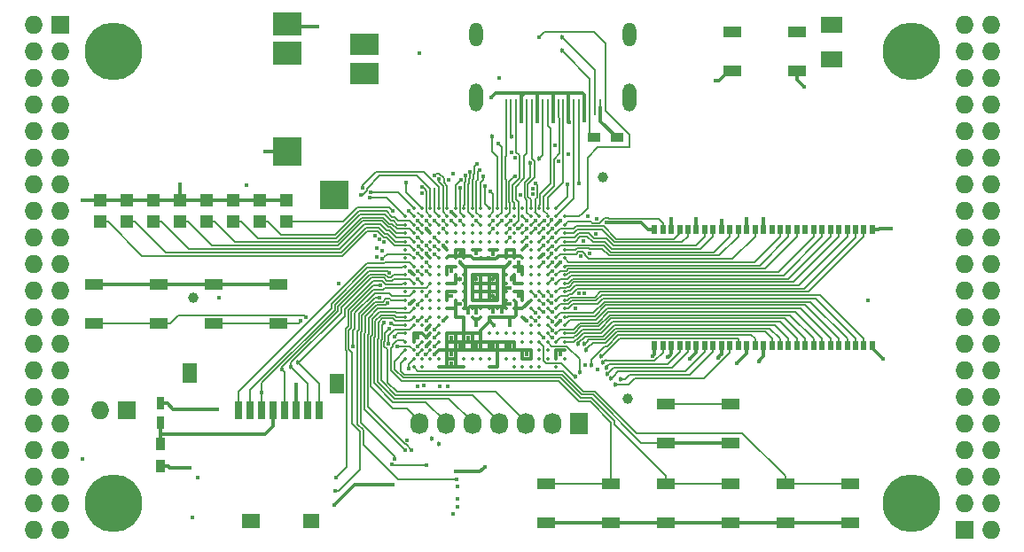
<source format=gtl>
G04 #@! TF.FileFunction,Copper,L1,Top,Signal*
%FSLAX46Y46*%
G04 Gerber Fmt 4.6, Leading zero omitted, Abs format (unit mm)*
G04 Created by KiCad (PCBNEW 4.0.5+dfsg1-4) date Thu May 11 10:12:04 2017*
%MOMM*%
%LPD*%
G01*
G04 APERTURE LIST*
%ADD10C,0.100000*%
%ADD11C,0.350000*%
%ADD12R,2.032000X1.524000*%
%ADD13R,0.700000X1.800000*%
%ADD14R,1.600000X1.400000*%
%ADD15R,1.800000X1.400000*%
%ADD16R,1.400000X1.900000*%
%ADD17R,1.800000X1.100000*%
%ADD18R,1.198880X1.198880*%
%ADD19R,2.800000X2.200000*%
%ADD20R,2.800000X2.800000*%
%ADD21R,2.800000X2.000000*%
%ADD22R,0.560000X0.900000*%
%ADD23O,1.300000X2.700000*%
%ADD24O,1.300000X2.300000*%
%ADD25R,0.250000X1.600000*%
%ADD26R,1.727200X1.727200*%
%ADD27O,1.727200X1.727200*%
%ADD28C,5.500000*%
%ADD29R,1.200000X0.900000*%
%ADD30R,1.727200X2.032000*%
%ADD31O,1.727200X2.032000*%
%ADD32R,0.750000X1.200000*%
%ADD33R,0.900000X1.200000*%
%ADD34C,0.400000*%
%ADD35C,0.454000*%
%ADD36C,1.000000*%
%ADD37C,0.300000*%
%ADD38C,0.190000*%
%ADD39C,0.200000*%
G04 APERTURE END LIST*
D10*
D11*
X131680000Y-80200000D03*
X132480000Y-80200000D03*
X133280000Y-80200000D03*
X134080000Y-80200000D03*
X134880000Y-80200000D03*
X135680000Y-80200000D03*
X136480000Y-80200000D03*
X137280000Y-80200000D03*
X138080000Y-80200000D03*
X138880000Y-80200000D03*
X139680000Y-80200000D03*
X140480000Y-80200000D03*
X141280000Y-80200000D03*
X142080000Y-80200000D03*
X142880000Y-80200000D03*
X143680000Y-80200000D03*
X144480000Y-80200000D03*
X145280000Y-80200000D03*
X130880000Y-81000000D03*
X131680000Y-81000000D03*
X132480000Y-81000000D03*
X133280000Y-81000000D03*
X134080000Y-81000000D03*
X134880000Y-81000000D03*
X135680000Y-81000000D03*
X136480000Y-81000000D03*
X137280000Y-81000000D03*
X138080000Y-81000000D03*
X138880000Y-81000000D03*
X139680000Y-81000000D03*
X140480000Y-81000000D03*
X141280000Y-81000000D03*
X142080000Y-81000000D03*
X142880000Y-81000000D03*
X143680000Y-81000000D03*
X144480000Y-81000000D03*
X145280000Y-81000000D03*
X146080000Y-81000000D03*
X130880000Y-81800000D03*
X131680000Y-81800000D03*
X132480000Y-81800000D03*
X133280000Y-81800000D03*
X134080000Y-81800000D03*
X134880000Y-81800000D03*
X135680000Y-81800000D03*
X136480000Y-81800000D03*
X137280000Y-81800000D03*
X138080000Y-81800000D03*
X138880000Y-81800000D03*
X139680000Y-81800000D03*
X140480000Y-81800000D03*
X141280000Y-81800000D03*
X142080000Y-81800000D03*
X142880000Y-81800000D03*
X143680000Y-81800000D03*
X144480000Y-81800000D03*
X145280000Y-81800000D03*
X146080000Y-81800000D03*
X130880000Y-82600000D03*
X131680000Y-82600000D03*
X132480000Y-82600000D03*
X133280000Y-82600000D03*
X134080000Y-82600000D03*
X134880000Y-82600000D03*
X135680000Y-82600000D03*
X136480000Y-82600000D03*
X137280000Y-82600000D03*
X138080000Y-82600000D03*
X138880000Y-82600000D03*
X139680000Y-82600000D03*
X140480000Y-82600000D03*
X141280000Y-82600000D03*
X142080000Y-82600000D03*
X142880000Y-82600000D03*
X143680000Y-82600000D03*
X144480000Y-82600000D03*
X145280000Y-82600000D03*
X146080000Y-82600000D03*
X130880000Y-83400000D03*
X131680000Y-83400000D03*
X132480000Y-83400000D03*
X133280000Y-83400000D03*
X134080000Y-83400000D03*
X134880000Y-83400000D03*
X135680000Y-83400000D03*
X136480000Y-83400000D03*
X137280000Y-83400000D03*
X138080000Y-83400000D03*
X138880000Y-83400000D03*
X139680000Y-83400000D03*
X140480000Y-83400000D03*
X141280000Y-83400000D03*
X142080000Y-83400000D03*
X142880000Y-83400000D03*
X143680000Y-83400000D03*
X144480000Y-83400000D03*
X145280000Y-83400000D03*
X146080000Y-83400000D03*
X130880000Y-84200000D03*
X131680000Y-84200000D03*
X132480000Y-84200000D03*
X133280000Y-84200000D03*
X134080000Y-84200000D03*
X134880000Y-84200000D03*
X135680000Y-84200000D03*
X136480000Y-84200000D03*
X137280000Y-84200000D03*
X138080000Y-84200000D03*
X138880000Y-84200000D03*
X139680000Y-84200000D03*
X140480000Y-84200000D03*
X141280000Y-84200000D03*
X142080000Y-84200000D03*
X142880000Y-84200000D03*
X143680000Y-84200000D03*
X144480000Y-84200000D03*
X145280000Y-84200000D03*
X146080000Y-84200000D03*
X130880000Y-85000000D03*
X131680000Y-85000000D03*
X132480000Y-85000000D03*
X133280000Y-85000000D03*
X134080000Y-85000000D03*
X134880000Y-85000000D03*
X135680000Y-85000000D03*
X136480000Y-85000000D03*
X137280000Y-85000000D03*
X138080000Y-85000000D03*
X138880000Y-85000000D03*
X139680000Y-85000000D03*
X140480000Y-85000000D03*
X141280000Y-85000000D03*
X142080000Y-85000000D03*
X142880000Y-85000000D03*
X143680000Y-85000000D03*
X144480000Y-85000000D03*
X145280000Y-85000000D03*
X146080000Y-85000000D03*
X130880000Y-85800000D03*
X131680000Y-85800000D03*
X132480000Y-85800000D03*
X133280000Y-85800000D03*
X134080000Y-85800000D03*
X134880000Y-85800000D03*
X135680000Y-85800000D03*
X136480000Y-85800000D03*
X137280000Y-85800000D03*
X138080000Y-85800000D03*
X138880000Y-85800000D03*
X139680000Y-85800000D03*
X140480000Y-85800000D03*
X141280000Y-85800000D03*
X142080000Y-85800000D03*
X142880000Y-85800000D03*
X143680000Y-85800000D03*
X144480000Y-85800000D03*
X145280000Y-85800000D03*
X146080000Y-85800000D03*
X130880000Y-86600000D03*
X131680000Y-86600000D03*
X132480000Y-86600000D03*
X133280000Y-86600000D03*
X134080000Y-86600000D03*
X134880000Y-86600000D03*
X135680000Y-86600000D03*
X136480000Y-86600000D03*
X137280000Y-86600000D03*
X138080000Y-86600000D03*
X138880000Y-86600000D03*
X139680000Y-86600000D03*
X140480000Y-86600000D03*
X141280000Y-86600000D03*
X142080000Y-86600000D03*
X142880000Y-86600000D03*
X143680000Y-86600000D03*
X144480000Y-86600000D03*
X145280000Y-86600000D03*
X146080000Y-86600000D03*
X130880000Y-87400000D03*
X131680000Y-87400000D03*
X132480000Y-87400000D03*
X133280000Y-87400000D03*
X134080000Y-87400000D03*
X134880000Y-87400000D03*
X135680000Y-87400000D03*
X136480000Y-87400000D03*
X137280000Y-87400000D03*
X138080000Y-87400000D03*
X138880000Y-87400000D03*
X139680000Y-87400000D03*
X140480000Y-87400000D03*
X141280000Y-87400000D03*
X142080000Y-87400000D03*
X142880000Y-87400000D03*
X143680000Y-87400000D03*
X144480000Y-87400000D03*
X145280000Y-87400000D03*
X146080000Y-87400000D03*
X130880000Y-88200000D03*
X131680000Y-88200000D03*
X132480000Y-88200000D03*
X133280000Y-88200000D03*
X134080000Y-88200000D03*
X134880000Y-88200000D03*
X135680000Y-88200000D03*
X136480000Y-88200000D03*
X137280000Y-88200000D03*
X138080000Y-88200000D03*
X138880000Y-88200000D03*
X139680000Y-88200000D03*
X140480000Y-88200000D03*
X141280000Y-88200000D03*
X142080000Y-88200000D03*
X142880000Y-88200000D03*
X143680000Y-88200000D03*
X144480000Y-88200000D03*
X145280000Y-88200000D03*
X146080000Y-88200000D03*
X130880000Y-89000000D03*
X131680000Y-89000000D03*
X132480000Y-89000000D03*
X133280000Y-89000000D03*
X134080000Y-89000000D03*
X134880000Y-89000000D03*
X135680000Y-89000000D03*
X136480000Y-89000000D03*
X137280000Y-89000000D03*
X138080000Y-89000000D03*
X138880000Y-89000000D03*
X139680000Y-89000000D03*
X140480000Y-89000000D03*
X141280000Y-89000000D03*
X142080000Y-89000000D03*
X142880000Y-89000000D03*
X143680000Y-89000000D03*
X144480000Y-89000000D03*
X145280000Y-89000000D03*
X146080000Y-89000000D03*
X130880000Y-89800000D03*
X131680000Y-89800000D03*
X132480000Y-89800000D03*
X133280000Y-89800000D03*
X134080000Y-89800000D03*
X134880000Y-89800000D03*
X135680000Y-89800000D03*
X136480000Y-89800000D03*
X137280000Y-89800000D03*
X138080000Y-89800000D03*
X138880000Y-89800000D03*
X139680000Y-89800000D03*
X140480000Y-89800000D03*
X141280000Y-89800000D03*
X142080000Y-89800000D03*
X142880000Y-89800000D03*
X143680000Y-89800000D03*
X144480000Y-89800000D03*
X145280000Y-89800000D03*
X146080000Y-89800000D03*
X130880000Y-90600000D03*
X131680000Y-90600000D03*
X132480000Y-90600000D03*
X133280000Y-90600000D03*
X134080000Y-90600000D03*
X134880000Y-90600000D03*
X135680000Y-90600000D03*
X136480000Y-90600000D03*
X137280000Y-90600000D03*
X138080000Y-90600000D03*
X138880000Y-90600000D03*
X139680000Y-90600000D03*
X140480000Y-90600000D03*
X141280000Y-90600000D03*
X142080000Y-90600000D03*
X142880000Y-90600000D03*
X143680000Y-90600000D03*
X144480000Y-90600000D03*
X145280000Y-90600000D03*
X146080000Y-90600000D03*
X130880000Y-91400000D03*
X131680000Y-91400000D03*
X132480000Y-91400000D03*
X133280000Y-91400000D03*
X134080000Y-91400000D03*
X142880000Y-91400000D03*
X143680000Y-91400000D03*
X144480000Y-91400000D03*
X145280000Y-91400000D03*
X146080000Y-91400000D03*
X130880000Y-92200000D03*
X131680000Y-92200000D03*
X132480000Y-92200000D03*
X133280000Y-92200000D03*
X134080000Y-92200000D03*
X134880000Y-92200000D03*
X135680000Y-92200000D03*
X136480000Y-92200000D03*
X137280000Y-92200000D03*
X138080000Y-92200000D03*
X138880000Y-92200000D03*
X139680000Y-92200000D03*
X140480000Y-92200000D03*
X141280000Y-92200000D03*
X142080000Y-92200000D03*
X142880000Y-92200000D03*
X143680000Y-92200000D03*
X144480000Y-92200000D03*
X145280000Y-92200000D03*
X146080000Y-92200000D03*
X130880000Y-93000000D03*
X131680000Y-93000000D03*
X132480000Y-93000000D03*
X133280000Y-93000000D03*
X134080000Y-93000000D03*
X134880000Y-93000000D03*
X135680000Y-93000000D03*
X136480000Y-93000000D03*
X137280000Y-93000000D03*
X138080000Y-93000000D03*
X138880000Y-93000000D03*
X139680000Y-93000000D03*
X140480000Y-93000000D03*
X141280000Y-93000000D03*
X142080000Y-93000000D03*
X142880000Y-93000000D03*
X143680000Y-93000000D03*
X144480000Y-93000000D03*
X145280000Y-93000000D03*
X146080000Y-93000000D03*
X130880000Y-93800000D03*
X131680000Y-93800000D03*
X132480000Y-93800000D03*
X133280000Y-93800000D03*
X134080000Y-93800000D03*
X134880000Y-93800000D03*
X135680000Y-93800000D03*
X136480000Y-93800000D03*
X137280000Y-93800000D03*
X138080000Y-93800000D03*
X138880000Y-93800000D03*
X139680000Y-93800000D03*
X140480000Y-93800000D03*
X141280000Y-93800000D03*
X142080000Y-93800000D03*
X142880000Y-93800000D03*
X143680000Y-93800000D03*
X144480000Y-93800000D03*
X145280000Y-93800000D03*
X146080000Y-93800000D03*
X130880000Y-94600000D03*
X131680000Y-94600000D03*
X132480000Y-94600000D03*
X133280000Y-94600000D03*
X134080000Y-94600000D03*
X134880000Y-94600000D03*
X135680000Y-94600000D03*
X136480000Y-94600000D03*
X137280000Y-94600000D03*
X138080000Y-94600000D03*
X138880000Y-94600000D03*
X139680000Y-94600000D03*
X140480000Y-94600000D03*
X141280000Y-94600000D03*
X142080000Y-94600000D03*
X142880000Y-94600000D03*
X143680000Y-94600000D03*
X144480000Y-94600000D03*
X145280000Y-94600000D03*
X146080000Y-94600000D03*
X131680000Y-95400000D03*
X132480000Y-95400000D03*
X134080000Y-95400000D03*
X134880000Y-95400000D03*
X135680000Y-95400000D03*
X136480000Y-95400000D03*
X138880000Y-95400000D03*
X139680000Y-95400000D03*
X141280000Y-95400000D03*
X142080000Y-95400000D03*
X142880000Y-95400000D03*
X143680000Y-95400000D03*
X145280000Y-95400000D03*
D12*
X171570000Y-65992000D03*
X171570000Y-62690000D03*
D13*
X114930000Y-99520000D03*
X116030000Y-99520000D03*
X117130000Y-99520000D03*
X118230000Y-99520000D03*
X119330000Y-99520000D03*
X120430000Y-99520000D03*
X121530000Y-99520000D03*
X122630000Y-99520000D03*
D14*
X121920000Y-110120000D03*
D15*
X116120000Y-110120000D03*
D16*
X124320000Y-96970000D03*
X110270000Y-95970000D03*
D17*
X101160000Y-87510000D03*
X107360000Y-87510000D03*
X101160000Y-91210000D03*
X107360000Y-91210000D03*
X112590000Y-87510000D03*
X118790000Y-87510000D03*
X112590000Y-91210000D03*
X118790000Y-91210000D03*
X155770000Y-98940000D03*
X161970000Y-98940000D03*
X155770000Y-102640000D03*
X161970000Y-102640000D03*
X161970000Y-110260000D03*
X155770000Y-110260000D03*
X161970000Y-106560000D03*
X155770000Y-106560000D03*
X150540000Y-110260000D03*
X144340000Y-110260000D03*
X150540000Y-106560000D03*
X144340000Y-106560000D03*
X173400000Y-110260000D03*
X167200000Y-110260000D03*
X173400000Y-106560000D03*
X167200000Y-106560000D03*
D18*
X119500000Y-81519020D03*
X119500000Y-79420980D03*
X116960000Y-81519020D03*
X116960000Y-79420980D03*
X114420000Y-81519020D03*
X114420000Y-79420980D03*
X111880000Y-81519020D03*
X111880000Y-79420980D03*
X109340000Y-81519020D03*
X109340000Y-79420980D03*
X106800000Y-81519020D03*
X106800000Y-79420980D03*
X104260000Y-81519020D03*
X104260000Y-79420980D03*
X101720000Y-81519020D03*
X101720000Y-79420980D03*
D19*
X119610000Y-62640000D03*
X119610000Y-65440000D03*
D20*
X119610000Y-74840000D03*
X124060000Y-78940000D03*
D21*
X127010000Y-67340000D03*
X127010000Y-64540000D03*
D22*
X175480000Y-82270000D03*
X154680000Y-93330000D03*
X155480000Y-93330000D03*
X156280000Y-93330000D03*
X157080000Y-93330000D03*
X157880000Y-93330000D03*
X158680000Y-93330000D03*
X159480000Y-93330000D03*
X160280000Y-93330000D03*
X161080000Y-93330000D03*
X161880000Y-93330000D03*
X162680000Y-93330000D03*
X163480000Y-93330000D03*
X164280000Y-93330000D03*
X165080000Y-93330000D03*
X165880000Y-93330000D03*
X166680000Y-93330000D03*
X167480000Y-93330000D03*
X168280000Y-93330000D03*
X169080000Y-93330000D03*
X169880000Y-93330000D03*
X170680000Y-93330000D03*
X171480000Y-93330000D03*
X172280000Y-93330000D03*
X173080000Y-93330000D03*
X173880000Y-93330000D03*
X174680000Y-93330000D03*
X175480000Y-93330000D03*
X174680000Y-82270000D03*
X173880000Y-82270000D03*
X173080000Y-82270000D03*
X172280000Y-82270000D03*
X171480000Y-82270000D03*
X170680000Y-82270000D03*
X169880000Y-82270000D03*
X169080000Y-82270000D03*
X168280000Y-82270000D03*
X167480000Y-82270000D03*
X166680000Y-82270000D03*
X165880000Y-82270000D03*
X165080000Y-82270000D03*
X164280000Y-82270000D03*
X163480000Y-82270000D03*
X162680000Y-82270000D03*
X161880000Y-82270000D03*
X161080000Y-82270000D03*
X160280000Y-82270000D03*
X159480000Y-82270000D03*
X158680000Y-82270000D03*
X157880000Y-82270000D03*
X157080000Y-82270000D03*
X156280000Y-82270000D03*
X155480000Y-82270000D03*
X154680000Y-82270000D03*
D23*
X152280000Y-69650000D03*
X137680000Y-69650000D03*
D24*
X137680000Y-63600000D03*
D25*
X140480000Y-70600000D03*
X140980000Y-70600000D03*
X141480000Y-70600000D03*
X141980000Y-70600000D03*
X142480000Y-70600000D03*
X142980000Y-70600000D03*
X143480000Y-70600000D03*
X143980000Y-70600000D03*
X144480000Y-70600000D03*
X144980000Y-70600000D03*
X145480000Y-70600000D03*
X145980000Y-70600000D03*
X146480000Y-70600000D03*
X146980000Y-70600000D03*
X147480000Y-70600000D03*
X147980000Y-70600000D03*
X148480000Y-70600000D03*
X148980000Y-70600000D03*
X149480000Y-70600000D03*
D24*
X152280000Y-63600000D03*
D26*
X97910000Y-62690000D03*
D27*
X95370000Y-62690000D03*
X97910000Y-65230000D03*
X95370000Y-65230000D03*
X97910000Y-67770000D03*
X95370000Y-67770000D03*
X97910000Y-70310000D03*
X95370000Y-70310000D03*
X97910000Y-72850000D03*
X95370000Y-72850000D03*
X97910000Y-75390000D03*
X95370000Y-75390000D03*
X97910000Y-77930000D03*
X95370000Y-77930000D03*
X97910000Y-80470000D03*
X95370000Y-80470000D03*
X97910000Y-83010000D03*
X95370000Y-83010000D03*
X97910000Y-85550000D03*
X95370000Y-85550000D03*
X97910000Y-88090000D03*
X95370000Y-88090000D03*
X97910000Y-90630000D03*
X95370000Y-90630000D03*
X97910000Y-93170000D03*
X95370000Y-93170000D03*
X97910000Y-95710000D03*
X95370000Y-95710000D03*
X97910000Y-98250000D03*
X95370000Y-98250000D03*
X97910000Y-100790000D03*
X95370000Y-100790000D03*
X97910000Y-103330000D03*
X95370000Y-103330000D03*
X97910000Y-105870000D03*
X95370000Y-105870000D03*
X97910000Y-108410000D03*
X95370000Y-108410000D03*
X97910000Y-110950000D03*
X95370000Y-110950000D03*
D26*
X184270000Y-110950000D03*
D27*
X186810000Y-110950000D03*
X184270000Y-108410000D03*
X186810000Y-108410000D03*
X184270000Y-105870000D03*
X186810000Y-105870000D03*
X184270000Y-103330000D03*
X186810000Y-103330000D03*
X184270000Y-100790000D03*
X186810000Y-100790000D03*
X184270000Y-98250000D03*
X186810000Y-98250000D03*
X184270000Y-95710000D03*
X186810000Y-95710000D03*
X184270000Y-93170000D03*
X186810000Y-93170000D03*
X184270000Y-90630000D03*
X186810000Y-90630000D03*
X184270000Y-88090000D03*
X186810000Y-88090000D03*
X184270000Y-85550000D03*
X186810000Y-85550000D03*
X184270000Y-83010000D03*
X186810000Y-83010000D03*
X184270000Y-80470000D03*
X186810000Y-80470000D03*
X184270000Y-77930000D03*
X186810000Y-77930000D03*
X184270000Y-75390000D03*
X186810000Y-75390000D03*
X184270000Y-72850000D03*
X186810000Y-72850000D03*
X184270000Y-70310000D03*
X186810000Y-70310000D03*
X184270000Y-67770000D03*
X186810000Y-67770000D03*
X184270000Y-65230000D03*
X186810000Y-65230000D03*
X184270000Y-62690000D03*
X186810000Y-62690000D03*
D28*
X102990000Y-108410000D03*
X179190000Y-108410000D03*
X179190000Y-65230000D03*
X102990000Y-65230000D03*
D17*
X162120000Y-63380000D03*
X168320000Y-63380000D03*
X162120000Y-67080000D03*
X168320000Y-67080000D03*
D29*
X151080000Y-73485000D03*
X148880000Y-73485000D03*
D26*
X104260000Y-99520000D03*
D27*
X101720000Y-99520000D03*
D30*
X147440000Y-100790000D03*
D31*
X144900000Y-100790000D03*
X142360000Y-100790000D03*
X139820000Y-100790000D03*
X137280000Y-100790000D03*
X134740000Y-100790000D03*
X132200000Y-100790000D03*
D32*
X107480000Y-100750000D03*
X107480000Y-98850000D03*
D33*
X107480000Y-102700000D03*
X107480000Y-104900000D03*
D34*
X136085174Y-89394826D03*
X109340000Y-77930000D03*
X145680000Y-91000000D03*
X135280000Y-80600000D03*
X117480000Y-74800000D03*
X165080000Y-81200000D03*
X145680000Y-81400000D03*
X177280000Y-82200000D03*
X139080000Y-69600000D03*
X120430000Y-97050000D03*
X112880000Y-99400000D03*
X150080000Y-81600000D03*
X161080000Y-81400000D03*
X156280000Y-81200000D03*
X124080000Y-108600000D03*
X129680000Y-106600000D03*
X160480000Y-68000000D03*
X168990000Y-68600000D03*
X131280000Y-86200000D03*
X131280000Y-89400000D03*
X162560000Y-95000000D03*
X158080000Y-94600000D03*
X133690245Y-94180159D03*
D35*
X139312644Y-91359700D03*
D34*
X140874194Y-91433353D03*
X147987057Y-71874961D03*
X146490444Y-71976266D03*
X144992193Y-71935857D03*
X145680000Y-85422010D03*
X100017740Y-79439515D03*
X132880424Y-84565132D03*
X143480000Y-71900000D03*
X141986140Y-71899854D03*
X144080000Y-84600000D03*
X145680000Y-94200000D03*
X135280000Y-95000000D03*
X135280000Y-94200000D03*
X142480000Y-94200000D03*
X140880000Y-93400000D03*
X139280000Y-93400000D03*
X137680000Y-93400000D03*
X136080000Y-93400000D03*
X136880000Y-92600000D03*
X135280000Y-92600000D03*
X132880000Y-91800000D03*
X132880000Y-93400000D03*
X132880000Y-82200000D03*
D35*
X141042859Y-86994997D03*
X139280000Y-87000000D03*
X136110990Y-86995403D03*
X139280000Y-88600000D03*
X137680000Y-87000000D03*
X136080000Y-84600000D03*
D34*
X110529662Y-109760338D03*
X110280000Y-105000000D03*
X100080000Y-104200000D03*
X115690000Y-78010000D03*
X113080000Y-88800000D03*
X124480000Y-87400000D03*
X132203808Y-65402255D03*
X139820000Y-67770000D03*
X164653770Y-94825547D03*
X175080000Y-89000000D03*
X160734802Y-94505582D03*
X155945719Y-94444824D03*
X154480000Y-94400000D03*
X158680000Y-81200000D03*
X163480000Y-81200000D03*
X176480000Y-94600000D03*
D36*
X149710735Y-77289735D03*
D34*
X137665894Y-91402446D03*
X135273306Y-88618602D03*
X139272517Y-84611349D03*
X137680556Y-84534085D03*
X141680000Y-86200000D03*
X135280000Y-86200000D03*
X132880000Y-92600000D03*
X132080000Y-92600000D03*
X141680000Y-88600000D03*
X141680000Y-85400000D03*
X136885174Y-90194826D03*
D36*
X152095000Y-98400000D03*
D34*
X140094890Y-90122990D03*
X139280000Y-90122990D03*
X140880000Y-89400000D03*
X137680000Y-90172990D03*
X140880000Y-87800000D03*
X140880000Y-85400000D03*
D35*
X136080000Y-85400000D03*
D34*
X129541426Y-91206659D03*
X121408624Y-90632457D03*
X129813284Y-92511909D03*
X120880000Y-91000000D03*
X139280000Y-82200000D03*
D36*
X110593658Y-88756708D03*
D34*
X142480000Y-91000000D03*
X142480000Y-83800000D03*
X134480000Y-83800000D03*
X134480000Y-91000000D03*
X134970261Y-97236541D03*
X135884156Y-106800406D03*
X133680000Y-91800000D03*
D35*
X134074414Y-102752225D03*
D34*
X135855186Y-108022639D03*
X134198152Y-97269984D03*
D35*
X133449289Y-102232615D03*
D34*
X133680000Y-92600000D03*
X132606156Y-97170044D03*
X129563728Y-104680338D03*
X132918584Y-104800000D03*
X135853254Y-108792386D03*
X133685668Y-93402482D03*
X132846234Y-94197073D03*
X132090078Y-97276836D03*
X131019992Y-102364188D03*
X135471949Y-109409592D03*
X122480000Y-62900000D03*
D35*
X145851858Y-65189228D03*
X145873729Y-63920849D03*
D34*
X143680000Y-63900000D03*
X140080000Y-81400000D03*
X117121665Y-97817265D03*
X129373612Y-86363428D03*
X132080000Y-86200000D03*
X119130057Y-95662364D03*
D35*
X119978162Y-95412951D03*
X120634035Y-94977604D03*
D34*
X147480000Y-77822010D03*
X146387166Y-77918991D03*
X131453853Y-103296209D03*
D35*
X148653935Y-95239949D03*
D34*
X144885216Y-91021238D03*
D35*
X149619858Y-94378867D03*
D34*
X144885689Y-90132858D03*
D35*
X150895161Y-97104924D03*
D34*
X144890381Y-83866022D03*
D35*
X151426924Y-96525191D03*
D34*
X144894101Y-83022010D03*
D35*
X150518912Y-96497510D03*
D34*
X144901285Y-86268736D03*
D35*
X150197861Y-96013257D03*
D34*
X144888562Y-86993817D03*
D35*
X150072035Y-95446034D03*
D34*
X144877648Y-88622010D03*
D35*
X149779241Y-94944191D03*
D34*
X144869421Y-89288847D03*
D35*
X148110244Y-93760618D03*
D34*
X144882782Y-91877646D03*
D35*
X147402091Y-93209005D03*
D34*
X144080000Y-92600000D03*
D35*
X147982902Y-93193733D03*
D34*
X144882352Y-92577990D03*
X131191207Y-95514394D03*
X130123876Y-93413277D03*
X132080000Y-93400000D03*
X129280000Y-93200000D03*
X132080000Y-94200000D03*
X128649840Y-85087828D03*
X111080000Y-106000000D03*
X129212070Y-89291543D03*
X132080000Y-89444020D03*
X130839486Y-103354982D03*
X132880000Y-86200000D03*
X129880000Y-104200000D03*
X128388593Y-88745409D03*
X132880000Y-88600000D03*
X135778649Y-106163691D03*
X128476551Y-87584386D03*
X124253981Y-105982535D03*
X132080000Y-87000000D03*
X125899900Y-93452662D03*
X124202418Y-107207639D03*
X139782500Y-74073458D03*
D35*
X139185419Y-73378045D03*
X141029139Y-73391006D03*
X143625670Y-75521246D03*
X142775852Y-75939146D03*
D34*
X135058026Y-77491517D03*
X135274882Y-81390604D03*
X134480367Y-81390604D03*
X134058357Y-77465303D03*
X133668154Y-77111081D03*
X126773709Y-78308800D03*
X126604386Y-78926444D03*
X127445822Y-79226361D03*
X127566271Y-78713298D03*
X132504562Y-78200000D03*
X132505009Y-78796823D03*
X132884441Y-81391117D03*
X128013789Y-82814208D03*
X132084319Y-83022010D03*
X128395011Y-83178075D03*
X132886504Y-83777990D03*
X128874210Y-83399899D03*
X132117443Y-83866021D03*
X128177048Y-84021806D03*
X132032194Y-84565132D03*
X128656426Y-84243816D03*
X133671942Y-84595200D03*
X128146548Y-84865817D03*
X132875802Y-85421990D03*
D35*
X147131990Y-96348010D03*
X147526704Y-95921658D03*
D34*
X148074116Y-95229326D03*
X143280000Y-91000000D03*
X149207706Y-95605291D03*
X144082424Y-90132858D03*
X147125926Y-89802879D03*
X144035793Y-89397606D03*
X143281824Y-90201951D03*
X144080517Y-85397219D03*
X147611689Y-84811014D03*
X144886544Y-85385186D03*
X149110027Y-82710554D03*
X144080000Y-83000000D03*
X144885092Y-82177990D03*
X147470668Y-88324835D03*
X144082832Y-88584510D03*
X147997681Y-88324844D03*
X143278026Y-88595030D03*
X149131913Y-81202010D03*
X144076901Y-82186448D03*
X148337768Y-80975785D03*
X144866392Y-81333979D03*
X139280000Y-81400000D03*
X139030990Y-78600803D03*
X138474753Y-78117762D03*
X138291969Y-77164182D03*
X137754556Y-75974186D03*
X137974958Y-76577236D03*
X137680000Y-81400000D03*
X137023753Y-76742518D03*
X136645199Y-77109176D03*
X136170384Y-77530992D03*
X136102010Y-78268593D03*
X135473038Y-76949878D03*
X136080000Y-81400000D03*
X148441027Y-84498152D03*
X144877691Y-84532933D03*
X147904113Y-83328694D03*
X144080000Y-83800000D03*
X143019945Y-78903038D03*
X142473549Y-82998913D03*
X143086704Y-78380271D03*
X142457990Y-82191394D03*
X145494004Y-75718570D03*
X144146021Y-81374784D03*
X143323210Y-77837480D03*
X146456648Y-75056695D03*
X143302010Y-82194992D03*
X143302010Y-81381735D03*
X145172870Y-74240536D03*
X141853043Y-78968642D03*
X141657990Y-82130345D03*
X142457990Y-81382236D03*
X140924011Y-81375594D03*
X141346021Y-77170289D03*
X141046643Y-74873804D03*
X140864029Y-83041403D03*
X141329877Y-75415642D03*
X140902010Y-82179283D03*
X133680000Y-82977990D03*
X132080000Y-81400000D03*
X132080000Y-82177990D03*
X130976883Y-77755103D03*
X133680000Y-81400000D03*
X133680000Y-83822010D03*
X129376114Y-91707073D03*
X132880000Y-91000000D03*
X128848343Y-91177842D03*
X132077648Y-90977990D03*
X129680000Y-80500000D03*
X131180000Y-80500000D03*
X134480000Y-82200000D03*
X138500159Y-104911875D03*
X135680000Y-105400000D03*
D37*
X135685174Y-89394826D02*
X135802332Y-89394826D01*
X135680000Y-89400000D02*
X135685174Y-89394826D01*
X135802332Y-89394826D02*
X136085174Y-89394826D01*
X109340000Y-79420980D02*
X109340000Y-77930000D01*
X145454999Y-91225001D02*
X145680000Y-91000000D01*
X145280000Y-91400000D02*
X145454999Y-91225001D01*
X135680000Y-81000000D02*
X135280000Y-80600000D01*
X135054999Y-84825001D02*
X137080000Y-84825001D01*
X137280000Y-85000000D02*
X137105001Y-84825001D01*
X137105001Y-84825001D02*
X137080000Y-84825001D01*
X138280000Y-85088351D02*
X137368351Y-85088351D01*
X137368351Y-85088351D02*
X137280000Y-85000000D01*
X139680000Y-86600000D02*
X139280000Y-87000000D01*
X139680000Y-88200000D02*
X139680000Y-89000000D01*
X139680000Y-87400000D02*
X139680000Y-88200000D01*
X139680000Y-86600000D02*
X139680000Y-87400000D01*
X137280000Y-88200000D02*
X137280000Y-89000000D01*
X137280000Y-87400000D02*
X137280000Y-88200000D01*
X137280000Y-86600000D02*
X137280000Y-87400000D01*
X138880000Y-87400000D02*
X138880000Y-88200000D01*
X138880000Y-86600000D02*
X138880000Y-87400000D01*
X138080000Y-87400000D02*
X138080000Y-86600000D01*
X138080000Y-88200000D02*
X138080000Y-87400000D01*
X138080000Y-89000000D02*
X138080000Y-88200000D01*
X138080000Y-88200000D02*
X138880000Y-88200000D01*
X138080000Y-87400000D02*
X138880000Y-87400000D01*
X137280000Y-87400000D02*
X138080000Y-87400000D01*
X117870000Y-74800000D02*
X117480000Y-74800000D01*
X119610000Y-74840000D02*
X117910000Y-74840000D01*
X117910000Y-74840000D02*
X117870000Y-74800000D01*
X165080000Y-82270000D02*
X165080000Y-81200000D01*
X145454999Y-81625001D02*
X145680000Y-81400000D01*
X145280000Y-81800000D02*
X145454999Y-81625001D01*
X176130000Y-82200000D02*
X177280000Y-82200000D01*
X175480000Y-82270000D02*
X176060000Y-82270000D01*
X176060000Y-82270000D02*
X176130000Y-82200000D01*
X139480000Y-69200000D02*
X139080000Y-69600000D01*
X142280000Y-69200000D02*
X139480000Y-69200000D01*
X120430000Y-99520000D02*
X120430000Y-97050000D01*
X108705000Y-99400000D02*
X112880000Y-99400000D01*
X107480000Y-98850000D02*
X108155000Y-98850000D01*
X108155000Y-98850000D02*
X108705000Y-99400000D01*
X153430000Y-81600000D02*
X150080000Y-81600000D01*
X154680000Y-82270000D02*
X154100000Y-82270000D01*
X154100000Y-82270000D02*
X153430000Y-81600000D01*
X161080000Y-81520000D02*
X161080000Y-81400000D01*
X161080000Y-82270000D02*
X161080000Y-81520000D01*
X156280000Y-82270000D02*
X156280000Y-81200000D01*
X126080000Y-106600000D02*
X124080000Y-108600000D01*
X129680000Y-106600000D02*
X126080000Y-106600000D01*
X160850000Y-68000000D02*
X160480000Y-68000000D01*
X162120000Y-67080000D02*
X161770000Y-67080000D01*
X161770000Y-67080000D02*
X160850000Y-68000000D01*
X168320000Y-67080000D02*
X168320000Y-67930000D01*
X168320000Y-67930000D02*
X168990000Y-68600000D01*
X141480000Y-89800000D02*
X141480000Y-89200000D01*
X141480000Y-89200000D02*
X141280000Y-89000000D01*
X141280000Y-89800000D02*
X141480000Y-89800000D01*
X141480000Y-89800000D02*
X142080000Y-89800000D01*
X141454999Y-90425001D02*
X141454999Y-89825001D01*
X141454999Y-89825001D02*
X141480000Y-89800000D01*
X131680000Y-86600000D02*
X131280000Y-86200000D01*
X131680000Y-89000000D02*
X131280000Y-89400000D01*
X163480000Y-93330000D02*
X163480000Y-94080000D01*
X163480000Y-94080000D02*
X162560000Y-95000000D01*
X158680000Y-93330000D02*
X158680000Y-94005008D01*
X158680000Y-94005008D02*
X158085008Y-94600000D01*
X158085008Y-94600000D02*
X158080000Y-94600000D01*
X133699841Y-94180159D02*
X133690245Y-94180159D01*
X134080000Y-93800000D02*
X133699841Y-94180159D01*
X139085645Y-91132701D02*
X139312644Y-91359700D01*
X138880000Y-90927056D02*
X139085645Y-91132701D01*
X138880000Y-90600000D02*
X138880000Y-90927056D01*
X140874194Y-90605806D02*
X140874194Y-91150511D01*
X140880000Y-90600000D02*
X140874194Y-90605806D01*
X140874194Y-91150511D02*
X140874194Y-91433353D01*
X140480000Y-90600000D02*
X140880000Y-90600000D01*
X140880000Y-90600000D02*
X141280000Y-90600000D01*
X139680000Y-90600000D02*
X140480000Y-90600000D01*
X138880000Y-90600000D02*
X139680000Y-90600000D01*
X147980000Y-71867904D02*
X147987057Y-71874961D01*
X147980000Y-70600000D02*
X147980000Y-71867904D01*
X146480000Y-71965822D02*
X146490444Y-71976266D01*
X146480000Y-70600000D02*
X146480000Y-71965822D01*
X144980000Y-70600000D02*
X144980000Y-71923664D01*
X144980000Y-71923664D02*
X144992193Y-71935857D01*
X145280000Y-85800000D02*
X145657990Y-85422010D01*
X145657990Y-85422010D02*
X145680000Y-85422010D01*
X100036275Y-79420980D02*
X100017740Y-79439515D01*
X101720000Y-79420980D02*
X100036275Y-79420980D01*
X133280000Y-85000000D02*
X132880424Y-84600424D01*
X132880424Y-84600424D02*
X132880424Y-84565132D01*
X141280000Y-85000000D02*
X141280000Y-84800000D01*
X141280000Y-84200000D02*
X141280000Y-85000000D01*
X140480000Y-84200000D02*
X141280000Y-84200000D01*
X141280000Y-84800000D02*
X141280000Y-84200000D01*
X141905001Y-84825001D02*
X141305001Y-84825001D01*
X141305001Y-84825001D02*
X141280000Y-84800000D01*
X140480000Y-85000000D02*
X140480000Y-84200000D01*
X139680000Y-85000000D02*
X139680000Y-84898347D01*
X139680000Y-84898347D02*
X139753346Y-84825001D01*
X138280000Y-85088351D02*
X138680000Y-85088351D01*
X138280000Y-85088351D02*
X139489996Y-85088351D01*
X138080000Y-85000000D02*
X138191649Y-85000000D01*
X138191649Y-85000000D02*
X138280000Y-85088351D01*
X138880000Y-85000000D02*
X138768351Y-85000000D01*
X138768351Y-85000000D02*
X138680000Y-85088351D01*
X135680000Y-84200000D02*
X135680000Y-84800000D01*
X135680000Y-84800000D02*
X135680000Y-85000000D01*
X135054999Y-84825001D02*
X135654999Y-84825001D01*
X135654999Y-84825001D02*
X135680000Y-84800000D01*
X136480000Y-85000000D02*
X136480000Y-84200000D01*
X134880000Y-85000000D02*
X135054999Y-84825001D01*
X138880000Y-87400000D02*
X139680000Y-87400000D01*
X138880000Y-88200000D02*
X138880000Y-89000000D01*
X138880000Y-88200000D02*
X139680000Y-88200000D01*
X137280000Y-88200000D02*
X138080000Y-88200000D01*
X141280000Y-90600000D02*
X141454999Y-90425001D01*
X142280000Y-69200000D02*
X143480000Y-69200000D01*
X143480000Y-69200000D02*
X144980000Y-69200000D01*
X143480000Y-70600000D02*
X143480000Y-69200000D01*
X144980000Y-69200000D02*
X146480000Y-69200000D01*
X144980000Y-70600000D02*
X144980000Y-69200000D01*
X146480000Y-69200000D02*
X147780000Y-69200000D01*
X146480000Y-70600000D02*
X146480000Y-69200000D01*
X147980000Y-69400000D02*
X147980000Y-70600000D01*
X147780000Y-69200000D02*
X147980000Y-69400000D01*
X141980000Y-70600000D02*
X141980000Y-69500000D01*
X141980000Y-69500000D02*
X142280000Y-69200000D01*
X143480000Y-70600000D02*
X143480000Y-71900000D01*
X116960000Y-79420980D02*
X119500000Y-79420980D01*
X114420000Y-79420980D02*
X116960000Y-79420980D01*
X111880000Y-79420980D02*
X114420000Y-79420980D01*
X109340000Y-79420980D02*
X111880000Y-79420980D01*
X106800000Y-79420980D02*
X109340000Y-79420980D01*
X104260000Y-79420980D02*
X106800000Y-79420980D01*
X101720000Y-79420980D02*
X104260000Y-79420980D01*
X141980000Y-71893714D02*
X141986140Y-71899854D01*
X141980000Y-70600000D02*
X141980000Y-71893714D01*
X143680000Y-85000000D02*
X144080000Y-84600000D01*
X142080000Y-89800000D02*
X142880000Y-89000000D01*
X145680000Y-93800000D02*
X145280000Y-93800000D01*
X146080000Y-93800000D02*
X145680000Y-93800000D01*
X145680000Y-93800000D02*
X145680000Y-94200000D01*
X135680000Y-89400000D02*
X135680000Y-89800000D01*
X135680000Y-89000000D02*
X135680000Y-89400000D01*
X135280000Y-95400000D02*
X135680000Y-95400000D01*
X134880000Y-95400000D02*
X135280000Y-95400000D01*
X135280000Y-95400000D02*
X135280000Y-95000000D01*
X135280000Y-93800000D02*
X135680000Y-93800000D01*
X134880000Y-93800000D02*
X135280000Y-93800000D01*
X135280000Y-93800000D02*
X135280000Y-94200000D01*
X142480000Y-93800000D02*
X142080000Y-93800000D01*
X142880000Y-93800000D02*
X142480000Y-93800000D01*
X142480000Y-93800000D02*
X142480000Y-94200000D01*
X140880000Y-93000000D02*
X141280000Y-93000000D01*
X140480000Y-93000000D02*
X140880000Y-93000000D01*
X140880000Y-93000000D02*
X140880000Y-93400000D01*
X139280000Y-93000000D02*
X138880000Y-93000000D01*
X139680000Y-93000000D02*
X139280000Y-93000000D01*
X139280000Y-93000000D02*
X139280000Y-93400000D01*
X137680000Y-93000000D02*
X137280000Y-93000000D01*
X137680000Y-93000000D02*
X137680000Y-93400000D01*
X138080000Y-93000000D02*
X137680000Y-93000000D01*
X136080000Y-93000000D02*
X135680000Y-93000000D01*
X136480000Y-93000000D02*
X136080000Y-93000000D01*
X136080000Y-93000000D02*
X136080000Y-93400000D01*
X136880000Y-93000000D02*
X136480000Y-93000000D01*
X137280000Y-93000000D02*
X136880000Y-93000000D01*
X136880000Y-93000000D02*
X136880000Y-92600000D01*
X135280000Y-93000000D02*
X135680000Y-93000000D01*
X134880000Y-93000000D02*
X135280000Y-93000000D01*
X135280000Y-93000000D02*
X135280000Y-92600000D01*
X133280000Y-91400000D02*
X132880000Y-91800000D01*
X133280000Y-93000000D02*
X132880000Y-93400000D01*
X133280000Y-82600000D02*
X132880000Y-82200000D01*
X139753346Y-84825001D02*
X141905001Y-84825001D01*
X139489996Y-85088351D02*
X139753346Y-84825001D01*
X141905001Y-84825001D02*
X142080000Y-85000000D01*
X141042859Y-86837141D02*
X141042859Y-86994997D01*
X141280000Y-86600000D02*
X141042859Y-86837141D01*
X135684597Y-86995403D02*
X135789964Y-86995403D01*
X135680000Y-87000000D02*
X135684597Y-86995403D01*
X135789964Y-86995403D02*
X136110990Y-86995403D01*
X135680000Y-87000000D02*
X135680000Y-86600000D01*
X135680000Y-87400000D02*
X135680000Y-87000000D01*
X138880000Y-90600000D02*
X138880000Y-91091880D01*
X138880000Y-91091880D02*
X138080000Y-91891880D01*
X138080000Y-91891880D02*
X138080000Y-92200000D01*
X136480000Y-90600000D02*
X136480000Y-92200000D01*
X139680000Y-89000000D02*
X139280000Y-88600000D01*
X137280000Y-86600000D02*
X137680000Y-87000000D01*
X136480000Y-84200000D02*
X136080000Y-84600000D01*
X141280000Y-86600000D02*
X141280000Y-87400000D01*
X142080000Y-87400000D02*
X141280000Y-87400000D01*
X135680000Y-84200000D02*
X136480000Y-84200000D01*
X134880000Y-87400000D02*
X135680000Y-87400000D01*
X138880000Y-86600000D02*
X139680000Y-86600000D01*
X138080000Y-86600000D02*
X138880000Y-86600000D01*
X137280000Y-86600000D02*
X138080000Y-86600000D01*
X138880000Y-89000000D02*
X139680000Y-89000000D01*
X138080000Y-89000000D02*
X138880000Y-89000000D01*
X137280000Y-89000000D02*
X138080000Y-89000000D01*
X135680000Y-89800000D02*
X134880000Y-89800000D01*
X135680000Y-90600000D02*
X135680000Y-89800000D01*
X135680000Y-90600000D02*
X136480000Y-90600000D01*
X140480000Y-93000000D02*
X139680000Y-93000000D01*
X139680000Y-93800000D02*
X140480000Y-93800000D01*
X139680000Y-93800000D02*
X139680000Y-94600000D01*
X139680000Y-95400000D02*
X139680000Y-94600000D01*
X138880000Y-95400000D02*
X139680000Y-95400000D01*
X135680000Y-95400000D02*
X136480000Y-95400000D01*
X135680000Y-95400000D02*
X135680000Y-94600000D01*
X134880000Y-95400000D02*
X134080000Y-95400000D01*
X134880000Y-94600000D02*
X134880000Y-95400000D01*
X134080000Y-93800000D02*
X134880000Y-93800000D01*
X134880000Y-94600000D02*
X134880000Y-93800000D01*
X135680000Y-94600000D02*
X134880000Y-94600000D01*
X135680000Y-93800000D02*
X135680000Y-94600000D01*
X134880000Y-93000000D02*
X134880000Y-93800000D01*
X134880000Y-92200000D02*
X134880000Y-93000000D01*
X135680000Y-92200000D02*
X134880000Y-92200000D01*
X135680000Y-93800000D02*
X136480000Y-93800000D01*
X135680000Y-93000000D02*
X135680000Y-93800000D01*
X135680000Y-92200000D02*
X135680000Y-93000000D01*
X135680000Y-92200000D02*
X136480000Y-92200000D01*
X136480000Y-92200000D02*
X137280000Y-92200000D01*
X137280000Y-93800000D02*
X137280000Y-93000000D01*
X136480000Y-93800000D02*
X137280000Y-93800000D01*
X136480000Y-93000000D02*
X136480000Y-93800000D01*
X136480000Y-92200000D02*
X136480000Y-93000000D01*
X137280000Y-92200000D02*
X138080000Y-92200000D01*
X137280000Y-93800000D02*
X138080000Y-93800000D01*
X137280000Y-92200000D02*
X137280000Y-93000000D01*
X138080000Y-92200000D02*
X138080000Y-93000000D01*
X138080000Y-93000000D02*
X138880000Y-93000000D01*
X138080000Y-93800000D02*
X138080000Y-93000000D01*
X138880000Y-93800000D02*
X138080000Y-93800000D01*
X138880000Y-93000000D02*
X138880000Y-93800000D01*
X139680000Y-93800000D02*
X139680000Y-93000000D01*
X138880000Y-93800000D02*
X139680000Y-93800000D01*
X140480000Y-93000000D02*
X140480000Y-93800000D01*
X141280000Y-93000000D02*
X141280000Y-93800000D01*
X141280000Y-93800000D02*
X142080000Y-93800000D01*
X140480000Y-93800000D02*
X141280000Y-93800000D01*
X142080000Y-94600000D02*
X142880000Y-94600000D01*
X142080000Y-93800000D02*
X142080000Y-94600000D01*
X142880000Y-94600000D02*
X142880000Y-93800000D01*
X145280000Y-93800000D02*
X145280000Y-94600000D01*
X149480000Y-71885000D02*
X151080000Y-73485000D01*
X149480000Y-70600000D02*
X149480000Y-71885000D01*
X134880000Y-85800000D02*
X134880000Y-86600000D01*
X108330000Y-105000000D02*
X110280000Y-105000000D01*
X107480000Y-104900000D02*
X108230000Y-104900000D01*
X108230000Y-104900000D02*
X108330000Y-105000000D01*
X164853769Y-94625548D02*
X164653770Y-94825547D01*
X165080000Y-94399317D02*
X164853769Y-94625548D01*
X165080000Y-93330000D02*
X165080000Y-94399317D01*
X160934801Y-94305583D02*
X160734802Y-94505582D01*
X161080000Y-94160384D02*
X160934801Y-94305583D01*
X161080000Y-93330000D02*
X161080000Y-94160384D01*
X156145718Y-94244825D02*
X155945719Y-94444824D01*
X156280000Y-94110543D02*
X156145718Y-94244825D01*
X156280000Y-93330000D02*
X156280000Y-94110543D01*
X154680000Y-94200000D02*
X154480000Y-94400000D01*
X154680000Y-93330000D02*
X154680000Y-94200000D01*
X158680000Y-81520000D02*
X158680000Y-81200000D01*
X158680000Y-82270000D02*
X158680000Y-81520000D01*
X163480000Y-81520000D02*
X163480000Y-81200000D01*
X163480000Y-82270000D02*
X163480000Y-81520000D01*
X175480000Y-93600000D02*
X176480000Y-94600000D01*
X175480000Y-93330000D02*
X175480000Y-93600000D01*
X137665894Y-91119604D02*
X137665894Y-91402446D01*
X137665894Y-90814106D02*
X137665894Y-91119604D01*
X137680000Y-90800000D02*
X137665894Y-90814106D01*
X137680000Y-90800000D02*
X137880000Y-90800000D01*
X137480000Y-90800000D02*
X137680000Y-90800000D01*
X137880000Y-90800000D02*
X138080000Y-90600000D01*
X137280000Y-90600000D02*
X137480000Y-90800000D01*
X132880000Y-92600000D02*
X133280000Y-92200000D01*
X132480000Y-92200000D02*
X132880000Y-92600000D01*
X134990464Y-88618602D02*
X135273306Y-88618602D01*
X134898602Y-88618602D02*
X134990464Y-88618602D01*
X134880000Y-88600000D02*
X134898602Y-88618602D01*
X139272517Y-84328507D02*
X139272517Y-84611349D01*
X139272517Y-84207483D02*
X139272517Y-84328507D01*
X139280000Y-84200000D02*
X139272517Y-84207483D01*
X137680556Y-84200556D02*
X137680556Y-84251243D01*
X137680000Y-84200000D02*
X137680556Y-84200556D01*
X137680556Y-84251243D02*
X137680556Y-84534085D01*
X142080000Y-88600000D02*
X142080000Y-89000000D01*
X142080000Y-88200000D02*
X142080000Y-88600000D01*
X141680000Y-85800000D02*
X141680000Y-86200000D01*
X135280000Y-85800000D02*
X135680000Y-85800000D01*
X134880000Y-85800000D02*
X135280000Y-85800000D01*
X135280000Y-85800000D02*
X135280000Y-86200000D01*
X132080000Y-92200000D02*
X132480000Y-92200000D01*
X131680000Y-92200000D02*
X132080000Y-92200000D01*
X132080000Y-92200000D02*
X132080000Y-92600000D01*
X131680000Y-93000000D02*
X131680000Y-92200000D01*
X134880000Y-88600000D02*
X134880000Y-89000000D01*
X134880000Y-88200000D02*
X134880000Y-88600000D01*
X141680000Y-88200000D02*
X142080000Y-88200000D01*
X141280000Y-88200000D02*
X141680000Y-88200000D01*
X141680000Y-88200000D02*
X141680000Y-88600000D01*
X141680000Y-85800000D02*
X142080000Y-85800000D01*
X141280000Y-85800000D02*
X141680000Y-85800000D01*
X141680000Y-85800000D02*
X141680000Y-85400000D01*
X139280000Y-84200000D02*
X139680000Y-84200000D01*
X138880000Y-84200000D02*
X139280000Y-84200000D01*
X137680000Y-84200000D02*
X138080000Y-84200000D01*
X137280000Y-84200000D02*
X137680000Y-84200000D01*
X142080000Y-85800000D02*
X142080000Y-86600000D01*
X134880000Y-88200000D02*
X135680000Y-88200000D01*
X136885174Y-89911984D02*
X136885174Y-90194826D01*
X136880000Y-89800000D02*
X136885174Y-89805174D01*
X136885174Y-89805174D02*
X136885174Y-89911984D01*
X138080000Y-89625001D02*
X138880000Y-89625001D01*
X138880000Y-89625001D02*
X139280000Y-89625001D01*
X138880000Y-89800000D02*
X138880000Y-89625001D01*
X138080000Y-89800000D02*
X138080000Y-89625001D01*
X137054999Y-89625001D02*
X137280000Y-89625001D01*
X137280000Y-89625001D02*
X137680000Y-89625001D01*
X137280000Y-89800000D02*
X137280000Y-89625001D01*
X137680000Y-89625001D02*
X138080000Y-89625001D01*
X136480000Y-89000000D02*
X136654999Y-89000000D01*
X136654999Y-86600000D02*
X136654999Y-88200000D01*
X136654999Y-88200000D02*
X136654999Y-89000000D01*
X136480000Y-88200000D02*
X136654999Y-88200000D01*
X140094890Y-89840148D02*
X140094890Y-90122990D01*
X140094890Y-89639891D02*
X140094890Y-89840148D01*
X140080000Y-89625001D02*
X140094890Y-89639891D01*
X139280000Y-89625001D02*
X139280000Y-90122990D01*
X139280000Y-89625001D02*
X139680000Y-89625001D01*
X139680000Y-89625001D02*
X140080000Y-89625001D01*
X140080000Y-89625001D02*
X140305001Y-89625001D01*
X139680000Y-89800000D02*
X139680000Y-89625001D01*
X140305001Y-89400000D02*
X140305001Y-89000000D01*
X140305001Y-89000000D02*
X140305001Y-88200000D01*
X140480000Y-89000000D02*
X140305001Y-89000000D01*
X140305001Y-88200000D02*
X140305001Y-87800000D01*
X140480000Y-88200000D02*
X140305001Y-88200000D01*
X140305001Y-87800000D02*
X140305001Y-87400000D01*
X140305001Y-87400000D02*
X140305001Y-86600000D01*
X140480000Y-87400000D02*
X140305001Y-87400000D01*
X140305001Y-86600000D02*
X140305001Y-85974999D01*
X140480000Y-86600000D02*
X140305001Y-86600000D01*
X140480000Y-85800000D02*
X139480000Y-85800000D01*
X139480000Y-85800000D02*
X138680000Y-85800000D01*
X139680000Y-85800000D02*
X139480000Y-85800000D01*
X138680000Y-85800000D02*
X137880000Y-85800000D01*
X138880000Y-85800000D02*
X138680000Y-85800000D01*
X137880000Y-85800000D02*
X137080000Y-85800000D01*
X138080000Y-85800000D02*
X137880000Y-85800000D01*
X137080000Y-85800000D02*
X136480000Y-85800000D01*
X137280000Y-85800000D02*
X137080000Y-85800000D01*
X136654999Y-85974999D02*
X136654999Y-86600000D01*
X136480000Y-86600000D02*
X136654999Y-86600000D01*
X136654999Y-89000000D02*
X136654999Y-89625001D01*
X140305001Y-89400000D02*
X140880000Y-89400000D01*
X137680000Y-89625001D02*
X137680000Y-90172990D01*
X136880000Y-89800000D02*
X137054999Y-89625001D01*
X140305001Y-89625001D02*
X140480000Y-89800000D01*
X140305001Y-87800000D02*
X140880000Y-87800000D01*
X140305001Y-89625001D02*
X140305001Y-89400000D01*
X140480000Y-85800000D02*
X140880000Y-85400000D01*
X136480000Y-89800000D02*
X136880000Y-89800000D01*
X136480000Y-85800000D02*
X136080000Y-85400000D01*
X140305001Y-85974999D02*
X140480000Y-85800000D01*
X136480000Y-85800000D02*
X136654999Y-85974999D01*
X136654999Y-89625001D02*
X136480000Y-89800000D01*
D38*
X155770000Y-105820000D02*
X155770000Y-106560000D01*
X148678556Y-98358968D02*
X150857011Y-100537423D01*
X155770000Y-105797374D02*
X155770000Y-105820000D01*
X145683364Y-96431023D02*
X147611309Y-98358968D01*
X130662702Y-96431023D02*
X145683364Y-96431023D01*
X150857011Y-100884385D02*
X155770000Y-105797374D01*
X150857011Y-100537423D02*
X150857011Y-100884385D01*
X129819806Y-95588127D02*
X130662702Y-96431023D01*
X129819806Y-94860194D02*
X129819806Y-95588127D01*
X147611309Y-98358968D02*
X148678556Y-98358968D01*
X130880000Y-93800000D02*
X129819806Y-94860194D01*
X155770000Y-106560000D02*
X161970000Y-106560000D01*
X130880000Y-91400000D02*
X129734767Y-91400000D01*
X129734767Y-91400000D02*
X129541426Y-91206659D01*
X109233423Y-90426577D02*
X121202744Y-90426577D01*
X108450000Y-91210000D02*
X109233423Y-90426577D01*
X121208625Y-90432458D02*
X121408624Y-90632457D01*
X121202744Y-90426577D02*
X121208625Y-90432458D01*
X107360000Y-91210000D02*
X108450000Y-91210000D01*
X101160000Y-91210000D02*
X107360000Y-91210000D01*
X130125193Y-92200000D02*
X130013283Y-92311910D01*
X130880000Y-92200000D02*
X130125193Y-92200000D01*
X130013283Y-92311910D02*
X129813284Y-92511909D01*
X118790000Y-91210000D02*
X120670000Y-91210000D01*
X120670000Y-91210000D02*
X120880000Y-91000000D01*
X112590000Y-91210000D02*
X118790000Y-91210000D01*
X129502795Y-95719437D02*
X130531392Y-96748034D01*
X130531392Y-96748034D02*
X145552054Y-96748034D01*
X150540000Y-105820000D02*
X150540000Y-106560000D01*
X150540000Y-100668733D02*
X150540000Y-105820000D01*
X148547246Y-98675979D02*
X150540000Y-100668733D01*
X129702002Y-93402562D02*
X129502795Y-93601769D01*
X145552054Y-96748034D02*
X147479999Y-98675979D01*
X129502795Y-93601769D02*
X129502795Y-95719437D01*
X129702002Y-93226237D02*
X129702002Y-93402562D01*
X130705001Y-92825001D02*
X130103238Y-92825001D01*
X130880000Y-93000000D02*
X130705001Y-92825001D01*
X130103238Y-92825001D02*
X129702002Y-93226237D01*
X147479999Y-98675979D02*
X148547246Y-98675979D01*
X144340000Y-106560000D02*
X150540000Y-106560000D01*
X167200000Y-105820000D02*
X167200000Y-106560000D01*
X145945984Y-95797001D02*
X147873929Y-97724946D01*
X152969032Y-101689032D02*
X163069032Y-101689032D01*
X149004946Y-97724946D02*
X152969032Y-101689032D01*
X147873929Y-97724946D02*
X149004946Y-97724946D01*
X132077001Y-95797001D02*
X145945984Y-95797001D01*
X163069032Y-101689032D02*
X167200000Y-105820000D01*
X131680000Y-95400000D02*
X132077001Y-95797001D01*
X167200000Y-106560000D02*
X173400000Y-106560000D01*
X130480000Y-95800000D02*
X130480000Y-95000000D01*
X130705001Y-94774999D02*
X130880000Y-94600000D01*
X130794012Y-96114012D02*
X130480000Y-95800000D01*
X153407909Y-102640000D02*
X148809866Y-98041957D01*
X130480000Y-95000000D02*
X130705001Y-94774999D01*
X147742619Y-98041957D02*
X145814674Y-96114012D01*
X148809866Y-98041957D02*
X147742619Y-98041957D01*
X145814674Y-96114012D02*
X130794012Y-96114012D01*
X155770000Y-102640000D02*
X153407909Y-102640000D01*
X138880000Y-82600000D02*
X139280000Y-82200000D01*
D37*
X155770000Y-102640000D02*
X161970000Y-102640000D01*
X142080000Y-90600000D02*
X142480000Y-91000000D01*
X142254999Y-84025001D02*
X142480000Y-83800000D01*
X142080000Y-84200000D02*
X142254999Y-84025001D01*
X134880000Y-84200000D02*
X134480000Y-83800000D01*
X134880000Y-90600000D02*
X134480000Y-91000000D01*
D38*
X134080000Y-91400000D02*
X133680000Y-91800000D01*
X134080000Y-92200000D02*
X133680000Y-92600000D01*
X132918584Y-104800000D02*
X129683390Y-104800000D01*
X129683390Y-104800000D02*
X129563728Y-104680338D01*
X133685668Y-93394332D02*
X133685668Y-93402482D01*
X134080000Y-93000000D02*
X133685668Y-93394332D01*
X133280000Y-93800000D02*
X132882927Y-94197073D01*
X132882927Y-94197073D02*
X132846234Y-94197073D01*
D37*
X122480000Y-62900000D02*
X119870000Y-62900000D01*
X119870000Y-62900000D02*
X119610000Y-62640000D01*
D38*
X146078857Y-65416227D02*
X145851858Y-65189228D01*
X148480000Y-67817370D02*
X146078857Y-65416227D01*
X148480000Y-70600000D02*
X148480000Y-67817370D01*
X148480000Y-70600000D02*
X148480000Y-73085000D01*
X148480000Y-73085000D02*
X148880000Y-73485000D01*
X146100728Y-64147848D02*
X145873729Y-63920849D01*
X148980000Y-67027120D02*
X146100728Y-64147848D01*
X148980000Y-70600000D02*
X148980000Y-67027120D01*
X144180000Y-63400000D02*
X143680000Y-63900000D01*
X148880000Y-63400000D02*
X144180000Y-63400000D01*
X149980000Y-64500000D02*
X148880000Y-63400000D01*
X149980000Y-70935398D02*
X149980000Y-64500000D01*
X152280000Y-73235398D02*
X149980000Y-70935398D01*
X152280000Y-74400000D02*
X152280000Y-73235398D01*
X149280000Y-74400000D02*
X152280000Y-74400000D01*
X148280000Y-75400000D02*
X149280000Y-74400000D01*
X148280000Y-80200000D02*
X148280000Y-75400000D01*
X147780000Y-80700000D02*
X148280000Y-80200000D01*
X147480000Y-81000000D02*
X147780000Y-80700000D01*
X146080000Y-81000000D02*
X147480000Y-81000000D01*
X139680000Y-81800000D02*
X140080000Y-81400000D01*
X155770000Y-98940000D02*
X161970000Y-98940000D01*
D37*
X167200000Y-110260000D02*
X173400000Y-110260000D01*
X161970000Y-110260000D02*
X167200000Y-110260000D01*
X155770000Y-110260000D02*
X161970000Y-110260000D01*
X150540000Y-110260000D02*
X155770000Y-110260000D01*
X144340000Y-110260000D02*
X150540000Y-110260000D01*
X112590000Y-87510000D02*
X118790000Y-87510000D01*
X107360000Y-87510000D02*
X112590000Y-87510000D01*
X101160000Y-87510000D02*
X107360000Y-87510000D01*
D38*
X117121665Y-96936807D02*
X117121665Y-97534423D01*
X129221535Y-86211351D02*
X127389853Y-86211351D01*
X124141290Y-89917182D02*
X117121665Y-96936807D01*
X129373612Y-86363428D02*
X129221535Y-86211351D01*
X117121665Y-97534423D02*
X117121665Y-97817265D01*
X124141290Y-89459914D02*
X124141290Y-89917182D01*
X127389853Y-86211351D02*
X124141290Y-89459914D01*
X117130000Y-99520000D02*
X117130000Y-97825600D01*
X117130000Y-97825600D02*
X117121665Y-97817265D01*
X132480000Y-86600000D02*
X132080000Y-86200000D01*
X129256876Y-86843506D02*
X128941733Y-86528362D01*
X129503456Y-86843506D02*
X129256876Y-86843506D01*
X124458301Y-89591224D02*
X124458301Y-90051276D01*
X119130057Y-95379522D02*
X119130057Y-95662364D01*
X129746962Y-86600000D02*
X129503456Y-86843506D01*
X127521163Y-86528362D02*
X124458301Y-89591224D01*
X128941733Y-86528362D02*
X127521163Y-86528362D01*
X130880000Y-86600000D02*
X129746962Y-86600000D01*
X124458301Y-90051276D02*
X119130057Y-95379522D01*
X119330000Y-95862307D02*
X119130057Y-95662364D01*
X119330000Y-99520000D02*
X119330000Y-95862307D01*
X131280000Y-87000000D02*
X129795283Y-87000000D01*
X128810423Y-86845373D02*
X127652473Y-86845373D01*
X129634766Y-87160517D02*
X129125566Y-87160517D01*
X127652473Y-86845373D02*
X124775312Y-89722534D01*
X124775312Y-90184799D02*
X119978162Y-94981949D01*
X129125566Y-87160517D02*
X128810423Y-86845373D01*
X131680000Y-87400000D02*
X131280000Y-87000000D01*
X129795283Y-87000000D02*
X129634766Y-87160517D01*
X119978162Y-94981949D02*
X119978162Y-95091925D01*
X119978162Y-95091925D02*
X119978162Y-95412951D01*
X124775312Y-89722534D02*
X124775312Y-90184799D01*
X120205161Y-95639950D02*
X119978162Y-95412951D01*
X121530000Y-96964789D02*
X120205161Y-95639950D01*
X121530000Y-99520000D02*
X121530000Y-96964789D01*
X120861034Y-94750605D02*
X120634035Y-94977604D01*
X130632513Y-87400000D02*
X130553067Y-87479446D01*
X130553067Y-87479446D02*
X128996175Y-87479446D01*
X125092323Y-90519316D02*
X120861034Y-94750605D01*
X130880000Y-87400000D02*
X130632513Y-87400000D01*
X128996175Y-87479446D02*
X128679113Y-87162384D01*
X127783783Y-87162384D02*
X125092323Y-89853844D01*
X125092323Y-89853844D02*
X125092323Y-90519316D01*
X128679113Y-87162384D02*
X127783783Y-87162384D01*
X122630000Y-99520000D02*
X122630000Y-96973569D01*
X122630000Y-96973569D02*
X120861034Y-95204603D01*
X120861034Y-95204603D02*
X120634035Y-94977604D01*
X147480000Y-70600000D02*
X147480000Y-77539168D01*
X147480000Y-77539168D02*
X147480000Y-77822010D01*
X146387166Y-78201833D02*
X146387166Y-77918991D01*
X145280000Y-80200000D02*
X146387166Y-79092834D01*
X146387166Y-79092834D02*
X146387166Y-78201833D01*
X127272943Y-99220323D02*
X127272943Y-92340888D01*
X130830222Y-102777602D02*
X127272943Y-99220323D01*
X131453853Y-103296209D02*
X130935246Y-102777602D01*
X130631072Y-89801441D02*
X130632513Y-89800000D01*
X127377934Y-90706476D02*
X128282970Y-89801441D01*
X128282970Y-89801441D02*
X130631072Y-89801441D01*
X127377934Y-92235897D02*
X127377934Y-90706476D01*
X130935246Y-102777602D02*
X130830222Y-102777602D01*
X127272943Y-92340888D02*
X127377934Y-92235897D01*
X130632513Y-89800000D02*
X130880000Y-89800000D01*
X146441738Y-86000768D02*
X165221281Y-86000768D01*
X168280000Y-82942049D02*
X168280000Y-82910000D01*
X168280000Y-82910000D02*
X168280000Y-82270000D01*
X165221281Y-86000768D02*
X168280000Y-82942049D01*
X146245505Y-86197001D02*
X146441738Y-86000768D01*
X145280000Y-86600000D02*
X145682999Y-86197001D01*
X145682999Y-86197001D02*
X146245505Y-86197001D01*
X172280000Y-82910000D02*
X172280000Y-82270000D01*
X145680000Y-87800000D02*
X146225446Y-87800000D01*
X167921188Y-87268812D02*
X172280000Y-82910000D01*
X146992034Y-87268812D02*
X167921188Y-87268812D01*
X146500286Y-87760560D02*
X146992034Y-87268812D01*
X146264886Y-87760560D02*
X146500286Y-87760560D01*
X146225446Y-87800000D02*
X146264886Y-87760560D01*
X145280000Y-88200000D02*
X145680000Y-87800000D01*
X155480000Y-81630000D02*
X155077989Y-81227989D01*
X155077989Y-81227989D02*
X150332553Y-81227989D01*
X146254999Y-81625001D02*
X146080000Y-81800000D01*
X148631914Y-81517085D02*
X146362915Y-81517085D01*
X149430435Y-81625001D02*
X148739830Y-81625001D01*
X149877438Y-81177998D02*
X149430435Y-81625001D01*
X150332553Y-81227989D02*
X150282562Y-81177998D01*
X150282562Y-81177998D02*
X149877438Y-81177998D01*
X148739830Y-81625001D02*
X148631914Y-81517085D01*
X155480000Y-82270000D02*
X155480000Y-81630000D01*
X146362915Y-81517085D02*
X146254999Y-81625001D01*
X149223760Y-91188397D02*
X150290246Y-90121911D01*
X168111911Y-90121911D02*
X170680000Y-92690000D01*
X147530430Y-91188397D02*
X149223760Y-91188397D01*
X146918828Y-91800000D02*
X147530430Y-91188397D01*
X145280000Y-92200000D02*
X145680000Y-91800000D01*
X145680000Y-91800000D02*
X146918828Y-91800000D01*
X150290246Y-90121911D02*
X168111911Y-90121911D01*
X170680000Y-92690000D02*
X170680000Y-93330000D01*
X148653935Y-94680266D02*
X148653935Y-94918923D01*
X149926727Y-93407474D02*
X148653935Y-94680266D01*
X163930988Y-92340988D02*
X151209416Y-92340988D01*
X151209416Y-92340988D02*
X150142930Y-93407474D01*
X164280000Y-92690000D02*
X163930988Y-92340988D01*
X148653935Y-94918923D02*
X148653935Y-95239949D01*
X164280000Y-93330000D02*
X164280000Y-92690000D01*
X150142930Y-93407474D02*
X149926727Y-93407474D01*
X144480000Y-90600000D02*
X144885216Y-91005216D01*
X144885216Y-91005216D02*
X144885216Y-91021238D01*
X173080000Y-82910000D02*
X173080000Y-82270000D01*
X168454852Y-87585823D02*
X173080000Y-82960675D01*
X173080000Y-82960675D02*
X173080000Y-82910000D01*
X147123344Y-87585823D02*
X168454852Y-87585823D01*
X146631596Y-88077571D02*
X147123344Y-87585823D01*
X146396196Y-88077571D02*
X146631596Y-88077571D01*
X146273767Y-88200000D02*
X146396196Y-88077571D01*
X146080000Y-88200000D02*
X146273767Y-88200000D01*
X146196243Y-85683757D02*
X164752418Y-85683757D01*
X167480000Y-82956175D02*
X167480000Y-82910000D01*
X164752418Y-85683757D02*
X167480000Y-82956175D01*
X167480000Y-82910000D02*
X167480000Y-82270000D01*
X146080000Y-85800000D02*
X146196243Y-85683757D01*
X146080000Y-82600000D02*
X146990039Y-82600000D01*
X157325320Y-83464680D02*
X157880000Y-82910000D01*
X157880000Y-82910000D02*
X157880000Y-82270000D01*
X150871795Y-83464680D02*
X157325320Y-83464680D01*
X146990039Y-82600000D02*
X147317377Y-82272662D01*
X149679777Y-82272662D02*
X150871795Y-83464680D01*
X147317377Y-82272662D02*
X149679777Y-82272662D01*
X147040833Y-92126316D02*
X147661740Y-91505408D01*
X167628922Y-90438922D02*
X169880000Y-92690000D01*
X150421556Y-90438922D02*
X167628922Y-90438922D01*
X147661740Y-91505408D02*
X149355070Y-91505408D01*
X146080000Y-92200000D02*
X146327487Y-92200000D01*
X146401171Y-92126316D02*
X147040833Y-92126316D01*
X146327487Y-92200000D02*
X146401171Y-92126316D01*
X169880000Y-92690000D02*
X169880000Y-93330000D01*
X149355070Y-91505408D02*
X150421556Y-90438922D01*
X162680000Y-92690000D02*
X162647999Y-92657999D01*
X151340726Y-92657999D02*
X149846857Y-94151868D01*
X149846857Y-94151868D02*
X149619858Y-94378867D01*
X162680000Y-93330000D02*
X162680000Y-92690000D01*
X162647999Y-92657999D02*
X151340726Y-92657999D01*
X144812858Y-90132858D02*
X144885689Y-90132858D01*
X144480000Y-89800000D02*
X144812858Y-90132858D01*
X146527506Y-88394582D02*
X146762906Y-88394582D01*
X147254654Y-87902834D02*
X168953878Y-87902834D01*
X145680000Y-88600000D02*
X146322088Y-88600000D01*
X173880000Y-82976712D02*
X173880000Y-82910000D01*
X168953878Y-87902834D02*
X173880000Y-82976712D01*
X146322088Y-88600000D02*
X146527506Y-88394582D01*
X145280000Y-89000000D02*
X145680000Y-88600000D01*
X173880000Y-82910000D02*
X173880000Y-82270000D01*
X146762906Y-88394582D02*
X147254654Y-87902834D01*
X157080000Y-82270000D02*
X157080000Y-82599602D01*
X157080000Y-82599602D02*
X156531933Y-83147669D01*
X156531933Y-83147669D02*
X151003105Y-83147669D01*
X151003105Y-83147669D02*
X149811087Y-81955651D01*
X149811087Y-81955651D02*
X147186067Y-81955651D01*
X146938720Y-82202999D02*
X145677001Y-82202999D01*
X147186067Y-81955651D02*
X146938720Y-82202999D01*
X145677001Y-82202999D02*
X145454999Y-82425001D01*
X145454999Y-82425001D02*
X145280000Y-82600000D01*
X146080000Y-86600000D02*
X146315883Y-86600000D01*
X146598104Y-86317779D02*
X166472221Y-86317779D01*
X166472221Y-86317779D02*
X169880000Y-82910000D01*
X169880000Y-82910000D02*
X169880000Y-82270000D01*
X146315883Y-86600000D02*
X146598104Y-86317779D01*
X150091350Y-83132555D02*
X150740485Y-83781691D01*
X150740485Y-83781691D02*
X158608309Y-83781691D01*
X159480000Y-82910000D02*
X159480000Y-82270000D01*
X158608309Y-83781691D02*
X159480000Y-82910000D01*
X147041359Y-82997001D02*
X147448687Y-82589673D01*
X148371001Y-82589673D02*
X148913883Y-83132555D01*
X145280000Y-83400000D02*
X145682999Y-82997001D01*
X147448687Y-82589673D02*
X148371001Y-82589673D01*
X148913883Y-83132555D02*
X150091350Y-83132555D01*
X145682999Y-82997001D02*
X147041359Y-82997001D01*
D39*
X161880000Y-93980000D02*
X159460000Y-96400000D01*
D38*
X159148145Y-96488145D02*
X159371855Y-96488145D01*
X159371855Y-96488145D02*
X159460000Y-96400000D01*
X150895161Y-97104924D02*
X152175076Y-97104924D01*
X152175076Y-97104924D02*
X152791855Y-96488145D01*
X152791855Y-96488145D02*
X159148145Y-96488145D01*
D39*
X161880000Y-93330000D02*
X161880000Y-93980000D01*
X144480000Y-84200000D02*
X144813978Y-83866022D01*
X144813978Y-83866022D02*
X144890381Y-83866022D01*
D38*
X169417298Y-88219845D02*
X174680000Y-82957143D01*
X174680000Y-82910000D02*
X174680000Y-82270000D01*
X148975386Y-88746846D02*
X149502386Y-88219845D01*
X174680000Y-82957143D02*
X174680000Y-82910000D01*
X146370410Y-89000000D02*
X146623564Y-88746845D01*
X146623564Y-88746845D02*
X148975386Y-88746846D01*
X146080000Y-89000000D02*
X146370410Y-89000000D01*
X149502386Y-88219845D02*
X169417298Y-88219845D01*
X149092450Y-90871386D02*
X150158936Y-89804900D01*
X171480000Y-92690000D02*
X171480000Y-93330000D01*
X146080000Y-91400000D02*
X146608614Y-90871386D01*
X168594900Y-89804900D02*
X171480000Y-92690000D01*
X150158936Y-89804900D02*
X168594900Y-89804900D01*
X146608614Y-90871386D02*
X149092450Y-90871386D01*
X160280000Y-82910000D02*
X160280000Y-82270000D01*
X146080000Y-83400000D02*
X147086681Y-83400000D01*
X150609175Y-84098702D02*
X159091298Y-84098702D01*
X159091298Y-84098702D02*
X160280000Y-82910000D01*
X149960041Y-83449566D02*
X150609175Y-84098702D01*
X148239691Y-82906684D02*
X148782573Y-83449566D01*
X147579997Y-82906684D02*
X148239691Y-82906684D01*
X147086681Y-83400000D02*
X147579997Y-82906684D01*
X148782573Y-83449566D02*
X149960041Y-83449566D01*
X149633696Y-88536856D02*
X170526856Y-88536856D01*
X146754874Y-89063856D02*
X149106697Y-89063856D01*
X145680000Y-89400000D02*
X146418730Y-89400000D01*
X149106697Y-89063856D02*
X149633696Y-88536856D01*
X174680000Y-92690000D02*
X174680000Y-93330000D01*
X170526856Y-88536856D02*
X174680000Y-92690000D01*
X146418730Y-89400000D02*
X146754874Y-89063856D01*
X145280000Y-89800000D02*
X145680000Y-89400000D01*
X160280000Y-93330000D02*
X160280000Y-93917525D01*
X151880922Y-96525191D02*
X151426924Y-96525191D01*
X160280000Y-93917525D02*
X158078248Y-96119277D01*
X158078248Y-96119277D02*
X152286836Y-96119277D01*
X152286836Y-96119277D02*
X151880922Y-96525191D01*
D39*
X144480000Y-83400000D02*
X144857990Y-83022010D01*
X144857990Y-83022010D02*
X144894101Y-83022010D01*
D38*
X150477865Y-84415713D02*
X160374287Y-84415713D01*
X148639677Y-83754991D02*
X148651263Y-83766577D01*
X160374287Y-84415713D02*
X161880000Y-82910000D01*
X161880000Y-82910000D02*
X161880000Y-82270000D01*
X149828732Y-83766577D02*
X150477865Y-84415713D01*
X148651263Y-83766577D02*
X149828732Y-83766577D01*
X147110126Y-83802561D02*
X147157696Y-83754991D01*
X147157696Y-83754991D02*
X148639677Y-83754991D01*
X145677439Y-83802561D02*
X147110126Y-83802561D01*
X145280000Y-84200000D02*
X145677439Y-83802561D01*
X150346555Y-84732724D02*
X160857276Y-84732724D01*
X149697422Y-84083588D02*
X150346555Y-84732724D01*
X148519953Y-84083588D02*
X149697422Y-84083588D01*
X148508367Y-84072002D02*
X148519953Y-84083588D01*
X147161008Y-84200000D02*
X147289006Y-84072002D01*
X146080000Y-84200000D02*
X147161008Y-84200000D01*
X147289006Y-84072002D02*
X148508367Y-84072002D01*
X160857276Y-84732724D02*
X162680000Y-82910000D01*
X162680000Y-82910000D02*
X162680000Y-82270000D01*
X145280000Y-87400000D02*
X145680000Y-87000000D01*
X170680000Y-82910000D02*
X170680000Y-82270000D01*
X170680000Y-82941348D02*
X170680000Y-82910000D01*
X145680000Y-87000000D02*
X146364204Y-87000000D01*
X146364204Y-87000000D02*
X146729414Y-86634790D01*
X146729414Y-86634790D02*
X166986558Y-86634790D01*
X166986558Y-86634790D02*
X170680000Y-82941348D01*
X159480000Y-93330000D02*
X159480000Y-93966706D01*
X159480000Y-93966706D02*
X157647788Y-95798918D01*
X157647788Y-95798918D02*
X151217504Y-95798918D01*
X151217504Y-95798918D02*
X150745911Y-96270511D01*
X150745911Y-96270511D02*
X150518912Y-96497510D01*
X144811264Y-86268736D02*
X144901285Y-86268736D01*
X144480000Y-86600000D02*
X144811264Y-86268736D01*
X148019026Y-84593789D02*
X148019026Y-84700713D01*
X147814250Y-84389013D02*
X148019026Y-84593789D01*
X147212328Y-84597001D02*
X147420316Y-84389013D01*
X145682999Y-84597001D02*
X147212328Y-84597001D01*
X148368048Y-85049735D02*
X162140265Y-85049735D01*
X145280000Y-85000000D02*
X145682999Y-84597001D01*
X147420316Y-84389013D02*
X147814250Y-84389013D01*
X148019026Y-84700713D02*
X148368048Y-85049735D01*
X162140265Y-85049735D02*
X164280000Y-82910000D01*
X164280000Y-82910000D02*
X164280000Y-82270000D01*
X171480000Y-82910000D02*
X171480000Y-82270000D01*
X171480000Y-82940475D02*
X171480000Y-82910000D01*
X146860724Y-86951801D02*
X167468674Y-86951801D01*
X146080000Y-87400000D02*
X146412525Y-87400000D01*
X146412525Y-87400000D02*
X146860724Y-86951801D01*
X167468674Y-86951801D02*
X171480000Y-82940475D01*
X146886184Y-89380867D02*
X149238007Y-89380867D01*
X146080000Y-89800000D02*
X146467051Y-89800000D01*
X173880000Y-92690000D02*
X173880000Y-93330000D01*
X146467051Y-89800000D02*
X146886184Y-89380867D01*
X170043867Y-88853867D02*
X173880000Y-92690000D01*
X149765006Y-88853867D02*
X170043867Y-88853867D01*
X149238007Y-89380867D02*
X149765006Y-88853867D01*
X145280000Y-90600000D02*
X145678604Y-90201396D01*
X149896316Y-89170878D02*
X169596075Y-89170878D01*
X145678604Y-90201396D02*
X146899881Y-90201396D01*
X169596075Y-89170878D02*
X173080000Y-92654803D01*
X146923365Y-90224880D02*
X148842314Y-90224880D01*
X148842314Y-90224880D02*
X149896316Y-89170878D01*
X146899881Y-90201396D02*
X146923365Y-90224880D01*
X173080000Y-92654803D02*
X173080000Y-92690000D01*
X173080000Y-92690000D02*
X173080000Y-93330000D01*
X172280000Y-92690000D02*
X172280000Y-93330000D01*
X150027626Y-89487889D02*
X169077889Y-89487889D01*
X148961140Y-90554375D02*
X150027626Y-89487889D01*
X146327487Y-90600000D02*
X146373112Y-90554375D01*
X169077889Y-89487889D02*
X172280000Y-92690000D01*
X146080000Y-90600000D02*
X146327487Y-90600000D01*
X146373112Y-90554375D02*
X148961140Y-90554375D01*
X150424860Y-95786258D02*
X150197861Y-96013257D01*
X150755094Y-95456024D02*
X150424860Y-95786258D01*
X156393976Y-95456024D02*
X150755094Y-95456024D01*
X157880000Y-93330000D02*
X157880000Y-93970000D01*
X157880000Y-93970000D02*
X156393976Y-95456024D01*
X144886183Y-86993817D02*
X144888562Y-86993817D01*
X144480000Y-87400000D02*
X144886183Y-86993817D01*
X157080000Y-93970000D02*
X155910987Y-95139013D01*
X150379056Y-95139013D02*
X150299034Y-95219035D01*
X150299034Y-95219035D02*
X150072035Y-95446034D01*
X155910987Y-95139013D02*
X150379056Y-95139013D01*
X157080000Y-93330000D02*
X157080000Y-93970000D01*
X144877648Y-88597648D02*
X144877648Y-88622010D01*
X144480000Y-88200000D02*
X144877648Y-88597648D01*
X155480000Y-93330000D02*
X155480000Y-94024564D01*
X155480000Y-94024564D02*
X154682562Y-94822002D01*
X154682562Y-94822002D02*
X150111050Y-94822002D01*
X150111050Y-94822002D02*
X150006240Y-94717192D01*
X150006240Y-94717192D02*
X149779241Y-94944191D01*
X144768847Y-89288847D02*
X144869421Y-89288847D01*
X144480000Y-89000000D02*
X144768847Y-89288847D01*
X148780399Y-93090463D02*
X148337243Y-93533619D01*
X150011620Y-93090463D02*
X148780399Y-93090463D01*
X165213977Y-92023977D02*
X151078106Y-92023977D01*
X165880000Y-92690000D02*
X165213977Y-92023977D01*
X148337243Y-93533619D02*
X148110244Y-93760618D01*
X151078106Y-92023977D02*
X150011620Y-93090463D01*
X165880000Y-93330000D02*
X165880000Y-92690000D01*
X144882782Y-91802782D02*
X144882782Y-91877646D01*
X144480000Y-91400000D02*
X144882782Y-91802782D01*
X169080000Y-92690000D02*
X169080000Y-93330000D01*
X147079971Y-92443327D02*
X147172143Y-92443327D01*
X149486380Y-91822419D02*
X150552866Y-90755933D01*
X146923298Y-92600000D02*
X147079971Y-92443327D01*
X145680000Y-92600000D02*
X146923298Y-92600000D01*
X150552866Y-90755933D02*
X167145933Y-90755933D01*
X167145933Y-90755933D02*
X169080000Y-92690000D01*
X147793050Y-91822419D02*
X149486380Y-91822419D01*
X145280000Y-93000000D02*
X145680000Y-92600000D01*
X147172143Y-92443327D02*
X147793050Y-91822419D01*
X147303453Y-92760338D02*
X147924360Y-92139430D01*
X149617690Y-92139430D02*
X150684176Y-91072944D01*
X150684176Y-91072944D02*
X166662944Y-91072944D01*
X166662944Y-91072944D02*
X168280000Y-92690000D01*
X147924360Y-92139430D02*
X149617690Y-92139430D01*
X146080000Y-93000000D02*
X146971619Y-93000000D01*
X168280000Y-92690000D02*
X168280000Y-93330000D01*
X146971619Y-93000000D02*
X147211281Y-92760338D01*
X147211281Y-92760338D02*
X147303453Y-92760338D01*
X146080000Y-85000000D02*
X146446746Y-85366746D01*
X166680000Y-82910000D02*
X166680000Y-82270000D01*
X164223254Y-85366746D02*
X166680000Y-82910000D01*
X146446746Y-85366746D02*
X164223254Y-85366746D01*
X150815486Y-91389955D02*
X149749000Y-92456441D01*
X166179955Y-91389955D02*
X150815486Y-91389955D01*
X167480000Y-92690000D02*
X166179955Y-91389955D01*
X149749000Y-92456441D02*
X148055670Y-92456441D01*
X167480000Y-93330000D02*
X167480000Y-92690000D01*
X148055670Y-92456441D02*
X147402091Y-93110020D01*
X147402091Y-93110020D02*
X147402091Y-93209005D01*
X143680000Y-92200000D02*
X144080000Y-92600000D01*
X148209901Y-92966734D02*
X147982902Y-93193733D01*
X148403183Y-92773452D02*
X148209901Y-92966734D01*
X165696966Y-91706966D02*
X150946796Y-91706966D01*
X150946796Y-91706966D02*
X149880310Y-92773452D01*
X149880310Y-92773452D02*
X148403183Y-92773452D01*
X166680000Y-93330000D02*
X166680000Y-92690000D01*
X166680000Y-92690000D02*
X165696966Y-91706966D01*
X144857990Y-92577990D02*
X144882352Y-92577990D01*
X144480000Y-92200000D02*
X144857990Y-92577990D01*
X131191207Y-95231552D02*
X131191207Y-95514394D01*
X131191207Y-95088793D02*
X131191207Y-95231552D01*
X131680000Y-94600000D02*
X131191207Y-95088793D01*
X131280000Y-93400000D02*
X130419995Y-93400000D01*
X131680000Y-93800000D02*
X131280000Y-93400000D01*
X130419995Y-93400000D02*
X130406718Y-93413277D01*
X130406718Y-93413277D02*
X130123876Y-93413277D01*
X132080000Y-93400000D02*
X132480000Y-93000000D01*
X129280000Y-92400000D02*
X129280000Y-93200000D01*
X129480000Y-92200000D02*
X129280000Y-92400000D01*
X129880000Y-91800000D02*
X129480000Y-92200000D01*
X131280000Y-91800000D02*
X129880000Y-91800000D01*
X131680000Y-91400000D02*
X131280000Y-91800000D01*
X132480000Y-93800000D02*
X132080000Y-94200000D01*
X137280000Y-100637600D02*
X135054253Y-98411853D01*
X137280000Y-100790000D02*
X137280000Y-100637600D01*
X128676897Y-90752474D02*
X129711805Y-90752474D01*
X128328967Y-92629827D02*
X128328967Y-91100403D01*
X128223976Y-92734818D02*
X128328967Y-92629827D01*
X135054253Y-98411853D02*
X129833538Y-98411853D01*
X128223976Y-96802291D02*
X128223976Y-92734818D01*
X129956418Y-90997087D02*
X131282913Y-90997087D01*
X128328967Y-91100403D02*
X128676897Y-90752474D01*
X131505001Y-90774999D02*
X131680000Y-90600000D01*
X131282913Y-90997087D02*
X131505001Y-90774999D01*
X129833538Y-98411853D02*
X128223976Y-96802291D01*
X129711805Y-90752474D02*
X129956418Y-90997087D01*
X129843115Y-90435463D02*
X130007652Y-90600000D01*
X129702228Y-98728864D02*
X127906965Y-96933601D01*
X134740000Y-100637600D02*
X132831264Y-98728864D01*
X128011956Y-92498517D02*
X128011956Y-90969094D01*
X130632513Y-90600000D02*
X130880000Y-90600000D01*
X132831264Y-98728864D02*
X129702228Y-98728864D01*
X127906965Y-96933601D02*
X127906965Y-92603508D01*
X127906965Y-92603508D02*
X128011956Y-92498517D01*
X128545588Y-90435463D02*
X129843115Y-90435463D01*
X130007652Y-90600000D02*
X130632513Y-90600000D01*
X128011956Y-90969094D02*
X128545588Y-90435463D01*
X134740000Y-100790000D02*
X134740000Y-100637600D01*
X127589954Y-97233554D02*
X129680000Y-99323600D01*
X132200000Y-100520000D02*
X131003600Y-99323600D01*
X131003600Y-99323600D02*
X129680000Y-99323600D01*
X132200000Y-100790000D02*
X132200000Y-100520000D01*
X127694945Y-90837785D02*
X127694945Y-92367207D01*
X131277001Y-90202999D02*
X130058972Y-90202999D01*
X127694945Y-92367207D02*
X127589954Y-92472198D01*
X130058972Y-90202999D02*
X129974425Y-90118452D01*
X129974425Y-90118452D02*
X128414279Y-90118452D01*
X128414279Y-90118452D02*
X127694945Y-90837785D01*
X127589954Y-92472198D02*
X127589954Y-97233554D01*
X131680000Y-89800000D02*
X131277001Y-90202999D01*
X128849839Y-84887829D02*
X128649840Y-85087828D01*
X129137668Y-84600000D02*
X128849839Y-84887829D01*
X131680000Y-85000000D02*
X131280000Y-84600000D01*
X131280000Y-84600000D02*
X129137668Y-84600000D01*
X128151661Y-89484430D02*
X129019183Y-89484430D01*
X126955932Y-92209578D02*
X127060923Y-92104587D01*
X129019183Y-89484430D02*
X129212070Y-89291543D01*
X130839486Y-103354982D02*
X126955932Y-99471428D01*
X127060923Y-90575167D02*
X128151661Y-89484430D01*
X127060923Y-92104587D02*
X127060923Y-90575167D01*
X126955932Y-99471428D02*
X126955932Y-92209578D01*
X132080000Y-89400000D02*
X132080000Y-89444020D01*
X132480000Y-89000000D02*
X132080000Y-89400000D01*
X133280000Y-86600000D02*
X132880000Y-86200000D01*
X129545091Y-89000000D02*
X130632513Y-89000000D01*
X130632513Y-89000000D02*
X130880000Y-89000000D01*
X126638921Y-92078268D02*
X126743912Y-91973277D01*
X129880000Y-103917158D02*
X126638921Y-100676079D01*
X126743912Y-90443858D02*
X128020352Y-89167419D01*
X126638921Y-100676079D02*
X126638921Y-92078268D01*
X129009508Y-88869541D02*
X129414632Y-88869541D01*
X129880000Y-104200000D02*
X129880000Y-103917158D01*
X128711630Y-89167419D02*
X129009508Y-88869541D01*
X129414632Y-88869541D02*
X129545091Y-89000000D01*
X128020352Y-89167419D02*
X128711630Y-89167419D01*
X126743912Y-91973277D02*
X126743912Y-90443858D01*
X128105751Y-88745409D02*
X128388593Y-88745409D01*
X127994041Y-88745409D02*
X128105751Y-88745409D01*
X126321910Y-91946958D02*
X126426901Y-91841967D01*
X135778649Y-106163691D02*
X130232662Y-106163691D01*
X130232662Y-106163691D02*
X126872484Y-102803513D01*
X126426901Y-91841967D02*
X126426901Y-90312549D01*
X126321910Y-100861096D02*
X126321910Y-91946958D01*
X126426901Y-90312549D02*
X127994041Y-88745409D01*
X126872484Y-101411670D02*
X126321910Y-100861096D01*
X126872484Y-102803513D02*
X126872484Y-101411670D01*
X133280000Y-88200000D02*
X132880000Y-88600000D01*
X127810102Y-87584386D02*
X128193709Y-87584386D01*
X125409334Y-91514571D02*
X125409334Y-89985154D01*
X124253981Y-105982535D02*
X125265880Y-104970636D01*
X125160887Y-93786534D02*
X125160887Y-91763018D01*
X125265880Y-104970636D02*
X125265880Y-93891527D01*
X125265880Y-93891527D02*
X125160887Y-93786534D01*
X125160887Y-91763018D02*
X125409334Y-91514571D01*
X128193709Y-87584386D02*
X128476551Y-87584386D01*
X125409334Y-89985154D02*
X127810102Y-87584386D01*
X132480000Y-87400000D02*
X132080000Y-87000000D01*
X131280000Y-88600000D02*
X129588220Y-88600000D01*
X127967723Y-88323407D02*
X126043356Y-90247774D01*
X131680000Y-88200000D02*
X131280000Y-88600000D01*
X125899900Y-91920647D02*
X125899900Y-93169820D01*
X126043356Y-90247774D02*
X126043356Y-91777191D01*
X126043356Y-91777191D02*
X125899900Y-91920647D01*
X129311627Y-88323407D02*
X127967723Y-88323407D01*
X125899900Y-93169820D02*
X125899900Y-93452662D01*
X129588220Y-88600000D02*
X129311627Y-88323407D01*
X125477898Y-91894328D02*
X125477898Y-93655224D01*
X126555473Y-101542981D02*
X126555473Y-105203042D01*
X133280000Y-87400000D02*
X132880000Y-87800000D01*
X125726345Y-91645881D02*
X125477898Y-91894328D01*
X126555473Y-105203042D02*
X124550876Y-107207639D01*
X132880000Y-87800000D02*
X128928861Y-87800000D01*
X128722465Y-88006396D02*
X127836413Y-88006396D01*
X124550876Y-107207639D02*
X124485260Y-107207639D01*
X125801966Y-100789474D02*
X126555473Y-101542981D01*
X125726345Y-90116464D02*
X125726345Y-91645881D01*
X125477898Y-93655224D02*
X125801966Y-93979292D01*
X127836413Y-88006396D02*
X125726345Y-90116464D01*
X128928861Y-87800000D02*
X128722465Y-88006396D01*
X125801966Y-93979292D02*
X125801966Y-100789474D01*
X124485260Y-107207639D02*
X124202418Y-107207639D01*
X140078435Y-74369393D02*
X139982499Y-74273457D01*
X140078435Y-80601565D02*
X140078435Y-74369393D01*
X139680000Y-81000000D02*
X140078435Y-80601565D01*
X139982499Y-74273457D02*
X139782500Y-74073458D01*
X140480000Y-73200478D02*
X140480000Y-71590000D01*
X140513619Y-73234097D02*
X140480000Y-73200478D01*
X140513619Y-75190945D02*
X140513619Y-73234097D01*
X140457998Y-77402562D02*
X140457998Y-75246566D01*
X140480000Y-80200000D02*
X140480000Y-77424564D01*
X140480000Y-77424564D02*
X140457998Y-77402562D01*
X140457998Y-75246566D02*
X140513619Y-75190945D01*
X140480000Y-71590000D02*
X140480000Y-70600000D01*
X139185419Y-74829983D02*
X139185419Y-73699071D01*
X139680000Y-75324564D02*
X139185419Y-74829983D01*
X139680000Y-80200000D02*
X139680000Y-75324564D01*
X139185419Y-73699071D02*
X139185419Y-73378045D01*
X140980000Y-73341867D02*
X141029139Y-73391006D01*
X140980000Y-70600000D02*
X140980000Y-73341867D01*
X141280000Y-79952513D02*
X141280000Y-80200000D01*
X141480000Y-74879631D02*
X141768023Y-75167654D01*
X141280000Y-79691524D02*
X141280000Y-79952513D01*
X141768023Y-75167654D02*
X141768023Y-77372851D01*
X141480000Y-70600000D02*
X141480000Y-74879631D01*
X141114022Y-79525545D02*
X141280000Y-79691524D01*
X141114022Y-78026852D02*
X141114022Y-79525545D01*
X141768023Y-77372851D02*
X141114022Y-78026852D01*
X141431033Y-79392929D02*
X141678144Y-79640040D01*
X142236998Y-75241358D02*
X142236998Y-77352197D01*
X141431033Y-78158162D02*
X141431033Y-79392929D01*
X141454999Y-81625001D02*
X141280000Y-81800000D01*
X141678144Y-79640040D02*
X141678144Y-81401856D01*
X141678144Y-81401856D02*
X141454999Y-81625001D01*
X142236998Y-77352197D02*
X141431033Y-78158162D01*
X142480000Y-74998356D02*
X142236998Y-75241358D01*
X142480000Y-70600000D02*
X142480000Y-74998356D01*
X142980000Y-71590000D02*
X142980000Y-70600000D01*
X143224854Y-77260983D02*
X143224854Y-75723624D01*
X142980000Y-75478770D02*
X142980000Y-71590000D01*
X142592055Y-77893782D02*
X143224854Y-77260983D01*
X142880000Y-79384234D02*
X142592055Y-79096287D01*
X142880000Y-80200000D02*
X142880000Y-79384234D01*
X143224854Y-75723624D02*
X142980000Y-75478770D01*
X142592055Y-79096287D02*
X142592055Y-77893782D01*
X142775852Y-76260172D02*
X142775852Y-75939146D01*
X142775852Y-77261664D02*
X142775852Y-76260172D01*
X142275044Y-77762472D02*
X142775852Y-77261664D01*
X142275044Y-79227598D02*
X142275044Y-77762472D01*
X142481747Y-79434301D02*
X142275044Y-79227598D01*
X142481747Y-80601747D02*
X142481747Y-79434301D01*
X142880000Y-81000000D02*
X142481747Y-80601747D01*
X143852669Y-75294247D02*
X143625670Y-75521246D01*
X143980000Y-70600000D02*
X143980000Y-75166916D01*
X143980000Y-75166916D02*
X143852669Y-75294247D01*
X143759349Y-78867315D02*
X143759349Y-79873164D01*
X143759349Y-79873164D02*
X143680000Y-79952513D01*
X144480000Y-72345795D02*
X144749556Y-72615351D01*
X144749556Y-72615351D02*
X144749556Y-77877108D01*
X144749556Y-77877108D02*
X143759349Y-78867315D01*
X143680000Y-79952513D02*
X143680000Y-80200000D01*
X144480000Y-70600000D02*
X144480000Y-72345795D01*
X145480000Y-70600000D02*
X145480000Y-71472718D01*
X145066567Y-75521445D02*
X145066567Y-78115651D01*
X145480000Y-71472718D02*
X145640988Y-71633706D01*
X145640988Y-71633706D02*
X145640988Y-74947024D01*
X145640988Y-74947024D02*
X145066567Y-75521445D01*
X145066567Y-78115651D02*
X144076359Y-79105859D01*
X144080000Y-80449943D02*
X144480000Y-80849943D01*
X144480000Y-80849943D02*
X144480000Y-81000000D01*
X144080000Y-79109500D02*
X144080000Y-80449943D01*
X144076359Y-79105859D02*
X144080000Y-79109500D01*
X144076359Y-79105859D02*
X144077001Y-79106501D01*
X145980000Y-77727460D02*
X145980000Y-71590000D01*
X144480000Y-79227460D02*
X145980000Y-77727460D01*
X145980000Y-71590000D02*
X145980000Y-70600000D01*
X144480000Y-80200000D02*
X144480000Y-79227460D01*
X145980000Y-70600000D02*
X145970211Y-70600000D01*
X146980000Y-79300000D02*
X146980000Y-71590000D01*
X145280000Y-81000000D02*
X146980000Y-79300000D01*
X146980000Y-71590000D02*
X146980000Y-70600000D01*
X135680000Y-81800000D02*
X135274882Y-81394882D01*
X135274882Y-81394882D02*
X135274882Y-81390604D01*
X134480367Y-81400367D02*
X134480367Y-81390604D01*
X134880000Y-81800000D02*
X134480367Y-81400367D01*
X134480099Y-80600099D02*
X134480099Y-78137867D01*
X134880000Y-81000000D02*
X134480099Y-80600099D01*
X134480099Y-78137867D02*
X134058357Y-77716125D01*
X134058357Y-77716125D02*
X134058357Y-77465303D01*
X134552360Y-77344733D02*
X134118709Y-76911082D01*
X134552360Y-77749855D02*
X134552360Y-77344733D01*
X134880000Y-80200000D02*
X134880000Y-78077495D01*
X133868153Y-76911082D02*
X133668154Y-77111081D01*
X134118709Y-76911082D02*
X133868153Y-76911082D01*
X134880000Y-78077495D02*
X134552360Y-77749855D01*
X134080000Y-80200000D02*
X134080000Y-78186089D01*
X132654898Y-76760987D02*
X128038680Y-76760987D01*
X134080000Y-78186089D02*
X132654898Y-76760987D01*
X128038680Y-76760987D02*
X126773709Y-78025958D01*
X126773709Y-78025958D02*
X126773709Y-78308800D01*
X126763379Y-78926444D02*
X126604386Y-78926444D01*
X128447949Y-77077998D02*
X127195711Y-78330236D01*
X133280000Y-80200000D02*
X133280000Y-78350876D01*
X127195711Y-78330236D02*
X127195711Y-78494112D01*
X132007122Y-77077998D02*
X128447949Y-77077998D01*
X127195711Y-78494112D02*
X126763379Y-78926444D01*
X133280000Y-78350876D02*
X132007122Y-77077998D01*
X127728664Y-79226361D02*
X127445822Y-79226361D01*
X129106361Y-79226361D02*
X127728664Y-79226361D01*
X130880000Y-81000000D02*
X129106361Y-79226361D01*
X130193298Y-78713298D02*
X127849113Y-78713298D01*
X127849113Y-78713298D02*
X127566271Y-78713298D01*
X131680000Y-80200000D02*
X130193298Y-78713298D01*
X132927010Y-78999384D02*
X132927010Y-78594262D01*
X132877001Y-80597001D02*
X132877001Y-79049393D01*
X132732747Y-78399999D02*
X132704561Y-78399999D01*
X133280000Y-81000000D02*
X132877001Y-80597001D01*
X132704561Y-78399999D02*
X132504562Y-78200000D01*
X132927010Y-78594262D02*
X132732747Y-78399999D01*
X132877001Y-79049393D02*
X132927010Y-78999384D01*
X132504562Y-78200000D02*
X132474002Y-78200000D01*
D39*
X132884441Y-81404441D02*
X132884441Y-81391117D01*
X133280000Y-81800000D02*
X132884441Y-81404441D01*
D38*
X132480000Y-83400000D02*
X132102010Y-83022010D01*
X132102010Y-83022010D02*
X132084319Y-83022010D01*
X133280000Y-84200000D02*
X132886504Y-83806504D01*
X132886504Y-83806504D02*
X132886504Y-83777990D01*
D39*
X132146021Y-83866021D02*
X132117443Y-83866021D01*
X132480000Y-84200000D02*
X132146021Y-83866021D01*
X132480000Y-85000000D02*
X132045132Y-84565132D01*
X132045132Y-84565132D02*
X132032194Y-84565132D01*
X133675200Y-84595200D02*
X133671942Y-84595200D01*
X134080000Y-85000000D02*
X133675200Y-84595200D01*
X132901990Y-85421990D02*
X132875802Y-85421990D01*
X133280000Y-85800000D02*
X132901990Y-85421990D01*
D38*
X144082999Y-93402999D02*
X144082999Y-94790561D01*
X146904991Y-96121011D02*
X147131990Y-96348010D01*
X145786979Y-95002999D02*
X146904991Y-96121011D01*
X144295437Y-95002999D02*
X145786979Y-95002999D01*
X143680000Y-93000000D02*
X144082999Y-93402999D01*
X144082999Y-94790561D02*
X144295437Y-95002999D01*
X147526704Y-95600632D02*
X147526704Y-95921658D01*
X147526704Y-94646704D02*
X147526704Y-95600632D01*
X144880000Y-93400000D02*
X146280000Y-93400000D01*
X144480000Y-93000000D02*
X144880000Y-93400000D01*
X146280000Y-93400000D02*
X147526704Y-94646704D01*
X143280000Y-91000000D02*
X142880000Y-90600000D01*
X144012858Y-90132858D02*
X144082424Y-90132858D01*
X143680000Y-89800000D02*
X144012858Y-90132858D01*
X143680000Y-89000000D02*
X144035793Y-89355793D01*
X144035793Y-89355793D02*
X144035793Y-89397606D01*
X143281824Y-90201824D02*
X143281824Y-90201951D01*
X142880000Y-89800000D02*
X143281824Y-90201824D01*
X143680000Y-85800000D02*
X144080517Y-85399483D01*
X144080517Y-85399483D02*
X144080517Y-85397219D01*
X144480000Y-85800000D02*
X144886544Y-85393456D01*
X144886544Y-85393456D02*
X144886544Y-85385186D01*
X143680000Y-83400000D02*
X144080000Y-83000000D01*
X144480000Y-82600000D02*
X144885092Y-82194908D01*
X144885092Y-82194908D02*
X144885092Y-82177990D01*
X144064510Y-88584510D02*
X144082832Y-88584510D01*
X143680000Y-88200000D02*
X144064510Y-88584510D01*
X143275030Y-88595030D02*
X143278026Y-88595030D01*
X142880000Y-88200000D02*
X143275030Y-88595030D01*
X143680000Y-82600000D02*
X143680000Y-82583349D01*
X143680000Y-82583349D02*
X144076901Y-82186448D01*
X144866392Y-81413608D02*
X144866392Y-81333979D01*
X144480000Y-81800000D02*
X144866392Y-81413608D01*
X139280000Y-81400000D02*
X138880000Y-81800000D01*
X139280000Y-78849813D02*
X139257989Y-78827802D01*
X139280000Y-80600000D02*
X139280000Y-78849813D01*
X139257989Y-78827802D02*
X139030990Y-78600803D01*
X138880000Y-81000000D02*
X139280000Y-80600000D01*
X138474753Y-79794753D02*
X138474753Y-78400604D01*
X138880000Y-80200000D02*
X138474753Y-79794753D01*
X138474753Y-78400604D02*
X138474753Y-78117762D01*
X138291969Y-77447024D02*
X138291969Y-77164182D01*
X138080000Y-80200000D02*
X138080000Y-79952513D01*
X138080000Y-79952513D02*
X138052751Y-79925264D01*
X138052751Y-77732978D02*
X138291969Y-77493760D01*
X138291969Y-77493760D02*
X138291969Y-77447024D01*
X138052751Y-79925264D02*
X138052751Y-77732978D01*
X137280000Y-77546435D02*
X137384212Y-77442223D01*
X137384212Y-77442223D02*
X137384212Y-77006621D01*
X137445754Y-76282988D02*
X137554557Y-76174185D01*
X137280000Y-80200000D02*
X137280000Y-77546435D01*
X137384212Y-77006621D02*
X137445754Y-76945079D01*
X137445754Y-76945079D02*
X137445754Y-76282988D01*
X137554557Y-76174185D02*
X137754556Y-75974186D01*
X137774959Y-76777235D02*
X137974958Y-76577236D01*
X137774959Y-77495250D02*
X137774959Y-76777235D01*
X137682630Y-77587579D02*
X137774959Y-77495250D01*
X138080000Y-81000000D02*
X137682630Y-80602630D01*
X137682630Y-80602630D02*
X137682630Y-77587579D01*
X137680000Y-81400000D02*
X138080000Y-81800000D01*
X137067201Y-76785966D02*
X137023753Y-76742518D01*
X136880000Y-80600000D02*
X136880000Y-77894261D01*
X137280000Y-81000000D02*
X136880000Y-80600000D01*
X136962210Y-77415904D02*
X137067201Y-77310913D01*
X136962210Y-77812051D02*
X136962210Y-77415904D01*
X137067201Y-77310913D02*
X137067201Y-76785966D01*
X136880000Y-77894261D02*
X136962210Y-77812051D01*
X136645199Y-77680741D02*
X136645199Y-77392018D01*
X136562981Y-77762959D02*
X136645199Y-77680741D01*
X136480000Y-80200000D02*
X136480000Y-79952513D01*
X136480000Y-79952513D02*
X136562981Y-79869532D01*
X136645199Y-77392018D02*
X136645199Y-77109176D01*
X136562981Y-79869532D02*
X136562981Y-77762959D01*
X135680000Y-78021376D02*
X135970385Y-77730991D01*
X135680000Y-80200000D02*
X135680000Y-78021376D01*
X135970385Y-77730991D02*
X136170384Y-77530992D01*
X136082655Y-78570790D02*
X136102010Y-78551435D01*
X136082655Y-80602655D02*
X136082655Y-78570790D01*
X136102010Y-78551435D02*
X136102010Y-78268593D01*
X136480000Y-81000000D02*
X136082655Y-80602655D01*
X136480000Y-81800000D02*
X136080000Y-81400000D01*
X144480000Y-85000000D02*
X144877691Y-84602309D01*
X144877691Y-84602309D02*
X144877691Y-84532933D01*
X143680000Y-84200000D02*
X144080000Y-83800000D01*
X142473549Y-83006451D02*
X142473549Y-82998913D01*
X142080000Y-83400000D02*
X142473549Y-83006451D01*
X142080000Y-82600000D02*
X142457990Y-82222010D01*
X142457990Y-82222010D02*
X142457990Y-82191394D01*
X144105216Y-81374784D02*
X144146021Y-81374784D01*
X143680000Y-81800000D02*
X144105216Y-81374784D01*
X143282999Y-80570443D02*
X143282999Y-79321563D01*
X143442338Y-78614558D02*
X143523209Y-78533687D01*
X143523209Y-78533687D02*
X143523209Y-78037479D01*
X143282999Y-79321563D02*
X143442338Y-79162224D01*
X143271122Y-80582320D02*
X143282999Y-80570443D01*
X143442338Y-79162224D02*
X143442338Y-78614558D01*
X143523209Y-78037479D02*
X143323210Y-77837480D01*
X143271122Y-80582320D02*
X143271122Y-80591122D01*
X143271122Y-80591122D02*
X143680000Y-81000000D01*
X143285964Y-80597162D02*
X143271122Y-80582320D01*
X143285008Y-82194992D02*
X143302010Y-82194992D01*
X142880000Y-82600000D02*
X143285008Y-82194992D01*
X143298265Y-81381735D02*
X143302010Y-81381735D01*
X142880000Y-81800000D02*
X143298265Y-81381735D01*
X142080000Y-81800000D02*
X141749655Y-82130345D01*
X141749655Y-82130345D02*
X141657990Y-82130345D01*
X142457990Y-81377990D02*
X142457990Y-81382236D01*
X142080000Y-81000000D02*
X142457990Y-81377990D01*
X140904406Y-81375594D02*
X140924011Y-81375594D01*
X140480000Y-81800000D02*
X140904406Y-81375594D01*
X140480000Y-81000000D02*
X140878407Y-80601593D01*
X140797011Y-79656855D02*
X140797011Y-77719299D01*
X141146022Y-77370288D02*
X141346021Y-77170289D01*
X140797011Y-77719299D02*
X141146022Y-77370288D01*
X140878407Y-79738251D02*
X140797011Y-79656855D01*
X140878407Y-80601593D02*
X140878407Y-79738251D01*
X140838597Y-83041403D02*
X140864029Y-83041403D01*
X140480000Y-83400000D02*
X140838597Y-83041403D01*
X140480000Y-82600000D02*
X140900717Y-82179283D01*
X140900717Y-82179283D02*
X140902010Y-82179283D01*
X116030000Y-97580151D02*
X116030000Y-98430000D01*
X130632513Y-85800000D02*
X130538173Y-85894340D01*
X123824279Y-89328604D02*
X123824279Y-89785872D01*
X123824279Y-89785872D02*
X116030000Y-97580151D01*
X130538173Y-85894340D02*
X127258543Y-85894340D01*
X127258543Y-85894340D02*
X123824279Y-89328604D01*
X116030000Y-98430000D02*
X116030000Y-99520000D01*
X130880000Y-85800000D02*
X130632513Y-85800000D01*
X134080000Y-83400000D02*
X133680000Y-83000000D01*
X133680000Y-83000000D02*
X133680000Y-82977990D01*
X132480000Y-81800000D02*
X132080000Y-81400000D01*
X132080000Y-82200000D02*
X132080000Y-82177990D01*
X132480000Y-82600000D02*
X132080000Y-82200000D01*
X132480000Y-81000000D02*
X132082999Y-80602999D01*
X130976883Y-78037945D02*
X130976883Y-77755103D01*
X132480000Y-80200000D02*
X130976883Y-78696883D01*
X130976883Y-78696883D02*
X130976883Y-78037945D01*
X134080000Y-81000000D02*
X133680000Y-80600000D01*
X133680000Y-80600000D02*
X133680000Y-78251952D01*
X134080000Y-81800000D02*
X133680000Y-81400000D01*
X133702010Y-83822010D02*
X133680000Y-83822010D01*
X134080000Y-84200000D02*
X133702010Y-83822010D01*
X129176115Y-91907072D02*
X129376114Y-91707073D01*
X128962990Y-92120197D02*
X129176115Y-91907072D01*
X128962989Y-92892447D02*
X128962990Y-92120197D01*
X129176165Y-96857838D02*
X129176165Y-93720729D01*
X130096158Y-97777831D02*
X129176165Y-96857838D01*
X129176165Y-93720729D02*
X128857998Y-93402562D01*
X128857998Y-93402562D02*
X128857998Y-92997438D01*
X139500231Y-97777831D02*
X130096158Y-97777831D01*
X142360000Y-100637600D02*
X139500231Y-97777831D01*
X128857998Y-92997438D02*
X128962989Y-92892447D01*
X142360000Y-100790000D02*
X142360000Y-100637600D01*
X133280000Y-90600000D02*
X132880000Y-91000000D01*
X139820000Y-100790000D02*
X139820000Y-100637600D01*
X128645979Y-92761136D02*
X128645979Y-91380206D01*
X129964848Y-98094842D02*
X128540987Y-96670981D01*
X128648344Y-91377841D02*
X128848343Y-91177842D01*
X139820000Y-100637600D02*
X137277242Y-98094842D01*
X128540987Y-96670981D02*
X128540987Y-92866128D01*
X137277242Y-98094842D02*
X129964848Y-98094842D01*
X128540987Y-92866128D02*
X128645979Y-92761136D01*
X128645979Y-91380206D02*
X128648344Y-91377841D01*
X132102010Y-90977990D02*
X132077648Y-90977990D01*
X132480000Y-90600000D02*
X132102010Y-90977990D01*
X139820000Y-100790000D02*
X139820000Y-100942400D01*
X126321951Y-80173130D02*
X124976061Y-81519020D01*
X129680000Y-80500000D02*
X129353130Y-80173130D01*
X124976061Y-81519020D02*
X120289440Y-81519020D01*
X129353130Y-80173130D02*
X126321951Y-80173130D01*
X120289440Y-81519020D02*
X119500000Y-81519020D01*
X131680000Y-81000000D02*
X131180000Y-80500000D01*
X129863519Y-81075324D02*
X129638343Y-81075324D01*
X129053160Y-80490141D02*
X126453260Y-80490141D01*
X129638343Y-81075324D02*
X129053160Y-80490141D01*
X117749440Y-81519020D02*
X116960000Y-81519020D01*
X130188193Y-81400000D02*
X129863519Y-81075324D01*
X126453260Y-80490141D02*
X124143401Y-82800000D01*
X131680000Y-81800000D02*
X131280000Y-81400000D01*
X131280000Y-81400000D02*
X130188193Y-81400000D01*
X119030420Y-82800000D02*
X117749440Y-81519020D01*
X124143401Y-82800000D02*
X119030420Y-82800000D01*
X129507031Y-81392335D02*
X128921848Y-80807152D01*
X115209440Y-81519020D02*
X114420000Y-81519020D01*
X126584570Y-80807152D02*
X124274711Y-83117011D01*
X130139872Y-81800000D02*
X129732209Y-81392335D01*
X129732209Y-81392335D02*
X129507031Y-81392335D01*
X128921848Y-80807152D02*
X126584570Y-80807152D01*
X124274711Y-83117011D02*
X116807431Y-83117011D01*
X116807431Y-83117011D02*
X115209440Y-81519020D01*
X130880000Y-81800000D02*
X130139872Y-81800000D01*
X131680000Y-82600000D02*
X131282047Y-82202047D01*
X128790538Y-81124163D02*
X126715880Y-81124163D01*
X124406021Y-83434022D02*
X114584442Y-83434022D01*
X130093599Y-82202047D02*
X129600899Y-81709346D01*
X126715880Y-81124163D02*
X124406021Y-83434022D01*
X129375721Y-81709346D02*
X128790538Y-81124163D01*
X129600899Y-81709346D02*
X129375721Y-81709346D01*
X131282047Y-82202047D02*
X130093599Y-82202047D01*
X114584442Y-83434022D02*
X112669440Y-81519020D01*
X112669440Y-81519020D02*
X111880000Y-81519020D01*
X112427431Y-83817011D02*
X110129440Y-81519020D01*
X128659229Y-81441174D02*
X126847190Y-81441174D01*
X130880000Y-82600000D02*
X130043232Y-82600000D01*
X129469589Y-82026357D02*
X129244412Y-82026357D01*
X126847190Y-81441174D02*
X124471353Y-83817011D01*
X129244412Y-82026357D02*
X128659229Y-81441174D01*
X110129440Y-81519020D02*
X109340000Y-81519020D01*
X130043232Y-82600000D02*
X129469589Y-82026357D01*
X124471353Y-83817011D02*
X112427431Y-83817011D01*
X110204442Y-84134022D02*
X107589440Y-81519020D01*
X131680000Y-83400000D02*
X131277001Y-82997001D01*
X129113103Y-82343368D02*
X128527920Y-81758185D01*
X107589440Y-81519020D02*
X106800000Y-81519020D01*
X131277001Y-82997001D02*
X129991912Y-82997001D01*
X128527920Y-81758185D02*
X126978500Y-81758185D01*
X126978500Y-81758185D02*
X124602663Y-84134022D01*
X124602663Y-84134022D02*
X110204442Y-84134022D01*
X129991912Y-82997001D02*
X129338279Y-82343368D01*
X129338279Y-82343368D02*
X129113103Y-82343368D01*
X105049440Y-81519020D02*
X104260000Y-81519020D01*
X128945331Y-82660379D02*
X128360148Y-82075196D01*
X128360148Y-82075196D02*
X127109810Y-82075196D01*
X130880000Y-83400000D02*
X129946590Y-83400000D01*
X127109810Y-82075196D02*
X124733973Y-84451033D01*
X107981453Y-84451033D02*
X105049440Y-81519020D01*
X129206969Y-82660379D02*
X128945331Y-82660379D01*
X124733973Y-84451033D02*
X107981453Y-84451033D01*
X129946590Y-83400000D02*
X129206969Y-82660379D01*
X131680000Y-84200000D02*
X131277001Y-83797001D01*
X127241120Y-82392207D02*
X124865283Y-84768044D01*
X129872975Y-83797001D02*
X129053364Y-82977390D01*
X128801533Y-82977390D02*
X128216350Y-82392207D01*
X129053364Y-82977390D02*
X128801533Y-82977390D01*
X131277001Y-83797001D02*
X129872975Y-83797001D01*
X102509440Y-81519020D02*
X101720000Y-81519020D01*
X128216350Y-82392207D02*
X127241120Y-82392207D01*
X105758464Y-84768044D02*
X102509440Y-81519020D01*
X124865283Y-84768044D02*
X105758464Y-84768044D01*
X134880000Y-82600000D02*
X134480000Y-82200000D01*
D37*
X138012034Y-105400000D02*
X138300160Y-105111874D01*
X135680000Y-105400000D02*
X138012034Y-105400000D01*
X138300160Y-105111874D02*
X138500159Y-104911875D01*
X107480000Y-101800000D02*
X117480000Y-101800000D01*
X117480000Y-101800000D02*
X118230000Y-101050000D01*
X118230000Y-101050000D02*
X118230000Y-99520000D01*
X107480000Y-101800000D02*
X107480000Y-102700000D01*
X107480000Y-100750000D02*
X107480000Y-101800000D01*
D38*
X114930000Y-97774562D02*
X127194733Y-85509829D01*
X128962230Y-85400000D02*
X131280000Y-85400000D01*
X114930000Y-99520000D02*
X114930000Y-97774562D01*
X131505001Y-85625001D02*
X131680000Y-85800000D01*
X127194733Y-85509829D02*
X128852401Y-85509829D01*
X128852401Y-85509829D02*
X128962230Y-85400000D01*
X131280000Y-85400000D02*
X131505001Y-85625001D01*
M02*

</source>
